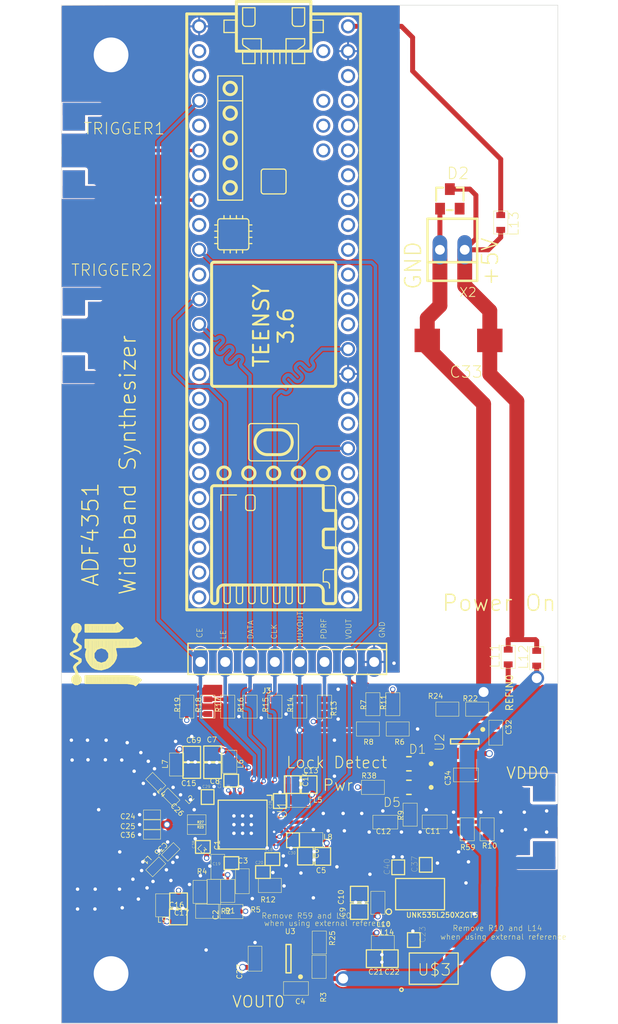
<source format=kicad_pcb>
(kicad_pcb (version 20240108) (generator "pcbnew") (generator_version "8.0")
  (layers (0 "F.Cu" signal) (1 "In1.Cu" signal) (2 "In2.Cu" signal) (31 "B.Cu" signal) (34 "B.Paste" user) (35 "F.Paste" user) (36 "B.SilkS" user "B.Silkscreen") (37 "F.SilkS" user "F.Silkscreen") (38 "B.Mask" user) (39 "F.Mask" user) (44 "Edge.Cuts" user))
  (net 0 "")
  (net 1 "GND")
  (net 2 "LE")
  (net 3 "CE")
  (net 4 "CLK")
  (net 5 "N$5")
  (net 6 "N$6")
  (net 7 "REFIN")
  (net 8 "N$8")
  (net 9 "VCOM")
  (net 10 "LD")
  (net 11 "N$10")
  (net 12 "MUXOUT")
  (net 13 "SW")
  (net 14 "N$11")
  (net 15 "N$12")
  (net 16 "VTUNE")
  (net 17 "CPOUT")
  (net 18 "TEMP")
  (net 19 "DATA")
  (net 20 "VOUT")
  (net 21 "N$4")
  (net 22 "N$1")
  (net 23 "RFOUTAP")
  (net 24 "RFOUTAM")
  (net 25 "N$17")
  (net 26 "N$18")
  (net 27 "N$19")
  (net 28 "N$20")
  (net 29 "PDRF")
  (net 30 "N$21")
  (net 31 "N$22")
  (net 32 "N$25")
  (net 33 "VDD")
  (net 34 "+5V")
  (net 35 "RSET")
  (net 36 "N$26")
  (net 37 "SVDD")
  (net 38 "VP")
  (net 39 "AVDD")
  (net 40 "DVDD")
  (net 41 "VCO")
  (net 42 "N$2")
  (net 43 "N$3")
  (net 44 "N$7")
  (net 45 "N$9")
  (net 46 "N$13")
  (net 47 "N$14")
  (net 48 "N$15")
  (net 49 "N$23")
  (net 50 "N$24")
  (footprint "ADF4351_Teensy:R_0603" (layer "F.Cu") (at 162.5981 124.9426 180)
    (property "Reference" "R24")
    (property "Value" "OPEN" (hide yes))
  )
  (footprint "ADF4351_Teensy:C_MLCC_0306" (layer "F.Cu") (at 156.7561 150.4696 180)
    (property "Reference" "C22")
    (property "Value" "1u" (hide yes))
  )
  (footprint "ADF4351_Teensy:C_MLCC_0306" (layer "F.Cu") (at 135.0645 146.2024 90)
    (property "Reference" "C16")
    (property "Value" "1u" (hide yes))
  )
  (footprint "ADF4351_Teensy:C_MLCC_0204" (layer "F.Cu") (at 140.4747 132.2578 180)
    (property "Reference" "C31")
    (property "Value" "0.1u" (hide yes))
  )
  (footprint "ADF4351_Teensy:ANALOG_DEVICES_ADP150AUJZ-3.3-R7_2" (layer "F.Cu") (at 146.3421 150.4696 180)
    (property "Reference" "U3")
    (property "Value" "ANALOG_DEVICES_ADP150AUJZ-3.3-R7ANALOG_DEVICES_ADP150AUJZ-3.3-R7_0_2" (hide yes))
  )
  (footprint "ADF4351_Teensy:L_FERRITE_0603" (layer "F.Cu") (at 168.8211 119.6086 90)
    (property "Reference" "L11")
    (property "Value" "" (hide yes))
  )
  (footprint "ADF4351_Teensy:R_0603" (layer "F.Cu") (at 154.4701 126.9746 180)
    (property "Reference" "R8")
    (property "Value" "OPEN" (hide yes))
  )
  (footprint "ADF4351_Teensy:R_0603" (layer "F.Cu") (at 144.4371 142.9766 180)
    (property "Reference" "R12")
    (property "Value" "4.7k" (hide yes))
  )
  (footprint "ADF4351_Teensy:C_MLCC_0306" (layer "F.Cu") (at 148.4503 132.6642 180)
    (property "Reference" "C13")
    (property "Value" "1u" (hide yes))
  )
  (footprint "ADF4351_Teensy:R_0603" (layer "F.Cu") (at 157.5181 126.9746 180)
    (property "Reference" "R6")
    (property "Value" "OPEN" (hide yes))
  )
  (footprint "ADF4351_Teensy:R_0603" (layer "F.Cu") (at 154.9781 132.9436 180)
    (property "Reference" "R38")
    (property "Value" "1k" (hide yes))
  )
  (footprint "ADF4351_Teensy:C_MLCC_0603" (layer "F.Cu") (at 141.6177 142.5448 -90)
    (property "Reference" "C3")
    (property "Value" "680p" (hide yes))
  )
  (footprint "ADF4351_Teensy:C_MLCC_0402" (layer "F.Cu") (at 132.3721 137.7696 180)
    (property "Reference" "C36")
    (property "Value" "120p" (hide yes))
  )
  (footprint "ADF4351_Teensy:R_0603" (layer "F.Cu") (at 138.0871 124.6886 90)
    (property "Reference" "R18")
    (property "Value" "OPEN" (hide yes))
  )
  (footprint "ADF4351_Teensy:L_FERRITE_0603" (layer "F.Cu") (at 134.8867 130.6068 -90)
    (property "Reference" "L7")
    (property "Value" "" (hide yes))
  )
  (footprint "ADF4351_Teensy:QKDLAB_JOSH_MECHANICAL_JOHNSON_SMA_18GHZ_4-LAYER_142-0761-891" (layer "F.Cu") (at 123.4821 129.1336 90)
    (property "Reference" "J1" (hide yes))
    (property "Value" "" (hide yes))
  )
  (footprint "ADF4351_Teensy:C_MLCC_0603" (layer "F.Cu") (at 139.1031 141.0716 90)
    (property "Reference" "C1")
    (property "Value" "2.7n" (hide yes))
  )
  (footprint "ADF4351_Teensy:R_0603" (layer "F.Cu") (at 158.7881 135.7376 90)
    (property "Reference" "R9")
    (property "Value" "OPEN" (hide yes))
  )
  (footprint "ADF4351_Teensy:JOHNSON_SMA_EDGE_LAUNCH_142-0701-851" (layer "F.Cu") (at 123.2281 86.7156 180)
    (property "Reference" "TRIGGER2")
    (property "Value" "JOHNSON_SMA_EDGE_LAUNCH_142-0701-851" (hide yes))
  )
  (footprint "" (layer "F.Cu") (at 168.8211 58.0136)
    (property "Reference" "@HOLE0" (hide yes))
    (property "Value" "")
  )
  (footprint "ADF4351_Teensy:R_0603" (layer "F.Cu") (at 142.4051 124.6886 90)
    (property "Reference" "R16")
    (property "Value" "10k" (hide yes))
  )
  (footprint "ADF4351_Teensy:QKDLAB_JOSH_MECHANICAL_JOHNSON_SMA_EDGE_LAUNCH_142-0701-851" (layer "F.Cu") (at 173.6471 136.4234)
    (property "Reference" "REFIN0")
    (property "Value" "SMA_CONNECTOR" (hide yes))
  )
  (footprint "ADF4351_Teensy:R_0603" (layer "F.Cu") (at 140.5001 145.6436)
    (property "Reference" "R5")
    (property "Value" "OPEN" (hide yes))
  )
  (footprint "ADF4351_Teensy:C_MLCC_0603" (layer "F.Cu") (at 161.3027 136.4742 180)
    (property "Reference" "C11")
    (property "Value" "1n" (hide yes))
  )
  (footprint "ADF4351_Teensy:C_MLCC_0306" (layer "F.Cu") (at 146.7231 132.6642)
    (property "Reference" "C14")
    (property "Value" "1u" (hide yes))
  )
  (footprint "ADF4351_Teensy:C_MLCC_0204" (layer "F.Cu") (at 159.1691 148.5646 90)
    (property "Reference" "C23")
    (property "Value" "0.1u" (hide yes))
  )
  (footprint "ADF4351_Teensy:L_FERRITE_0603" (layer "F.Cu") (at 140.3223 130.3274 -90)
    (property "Reference" "L6")
    (property "Value" "" (hide yes))
  )
  (footprint "ADF4351_Teensy:C_MLCC_0204" (layer "F.Cu") (at 140.5001 140.6906 180)
    (property "Reference" "C19")
    (property "Value" "0.1u" (hide yes))
  )
  (footprint "ADF4351_Teensy:R_0402" (layer "F.Cu") (at 136.9441 137.2616 180)
    (property "Reference" "R27")
    (property "Value" "0" (hide yes))
  )
  (footprint "ADF4351_Teensy:R_0603" (layer "F.Cu") (at 166.6621 137.2362 -90)
    (property "Reference" "R10")
    (property "Value" "0" (hide yes))
  )
  (footprint "ADF4351_Teensy:TEENSY_3.5_3.6_BASIC" (layer "F.Cu") (at 144.8181 83.0326 -90)
    (property "Reference" "U$1" (hide yes))
    (property "Value" "TEENSY_3.5/3.6_BASIC" (hide yes))
  )
  (footprint "ADF4351_Teensy:C_MLCC_0204" (layer "F.Cu") (at 143.7259 141.605)
    (property "Reference" "C20")
    (property "Value" "0.1u" (hide yes))
  )
  (footprint "ADF4351_Teensy:C_MLCC_0402" (layer "F.Cu") (at 134.2771 133.9596 135)
    (property "Reference" "C26")
    (property "Value" "1n" (hide yes))
  )
  (footprint "ADF4351_Teensy:L_FERRITE_0603" (layer "F.Cu") (at 155.9941 148.8186 180)
    (property "Reference" "L14")
    (property "Value" "" (hide yes))
  )
  (footprint "ADF4351_Teensy:C_MLCC_0204" (layer "F.Cu") (at 138.0617 133.9342 90)
    (property "Reference" "C29")
    (property "Value" "0.1u" (hide yes))
  )
  (footprint "ADF4351_Teensy:R_0603" (layer "F.Cu") (at 157.0101 124.4346 90)
    (property "Reference" "R11")
    (property "Value" "OPEN" (hide yes))
  )
  (footprint "ADF4351_Teensy:L_FERRITE_0603" (layer "F.Cu") (at 147.3835 134.2644 180)
    (property "Reference" "L5")
    (property "Value" "" (hide yes))
  )
  (footprint "ADF4351_Teensy:R_0603" (layer "F.Cu") (at 140.1191 124.6886 90)
    (property "Reference" "R17")
    (property "Value" "10k" (hide yes))
  )
  (footprint "ADF4351_Teensy:C_MLCC_0306" (layer "F.Cu") (at 149.8473 140.0048 180)
    (property "Reference" "C5")
    (property "Value" "1u" (hide yes))
  )
  (footprint "ADF4351_Teensy:JOHNSON_SMA_EDGE_LAUNCH_142-0701-851" (layer "F.Cu") (at 123.2281 67.7926 180)
    (property "Reference" "TRIGGER1")
    (property "Value" "JOHNSON_SMA_EDGE_LAUNCH_142-0701-851" (hide yes))
  )
  (footprint "ADF4351_Teensy:10X08MTA_127" (layer "F.Cu") (at 146.2151 120.1166)
    (property "Reference" "J3")
    (property "Value" "")
  )
  (footprint "ADF4351_Teensy:C_MLCC_0306" (layer "F.Cu") (at 136.4361 129.54 -90)
    (property "Reference" "C69")
    (property "Value" "1u" (hide yes))
  )
  (footprint "ADF4351_Teensy:R_0603" (layer "F.Cu") (at 164.6301 137.2362 -90)
    (property "Reference" "R59")
    (property "Value" "0" (hide yes))
  )
  (footprint "ADF4351_Teensy:C_MLCC_0306" (layer "F.Cu") (at 135.0899 144.5514 -90)
    (property "Reference" "C17")
    (property "Value" "1u" (hide yes))
  )
  (footprint "ADF4351_Teensy:0402" (layer "F.Cu") (at 135.0391 135.6106 45)
    (property "Reference" "L2")
    (property "Value" "7.5n")
  )
  (footprint "ADF4351_Teensy:R_0603" (layer "F.Cu") (at 144.9451 124.6886 90)
    (property "Reference" "R15")
    (property "Value" "10k" (hide yes))
  )
  (footprint "ADF4351_Teensy:C_MLCC_0603" (layer "F.Cu") (at 147.1041 153.5176 180)
    (property "Reference" "C4")
    (property "Value" "1u" (hide yes))
  )
  (footprint "ADF4351_Teensy:C_MLCC_0204" (layer "F.Cu") (at 145.4531 134.3406 90)
    (property "Reference" "C28")
    (property "Value" "0.1u" (hide yes))
  )
  (footprint "ADF4351_Teensy:L_FERRITE_0603" (layer "F.Cu") (at 148.6789 138.303 180)
    (property "Reference" "L8")
    (property "Value" "" (hide yes))
  )
  (footprint "ADF4351_Teensy:B1,27_385" (layer "F.Cu") (at 142.9131 153.6446 -90)
    (property "Reference" "VOUT0")
    (property "Value" "TPB1,27")
  )
  (footprint "ADF4351_Teensy:R_0402" (layer "F.Cu") (at 132.7531 141.0716 -135)
    (property "Reference" "L1")
    (property "Value" "0 (1.9nH)" (hide yes))
  )
  (footprint "ADF4351_Teensy:R_0603" (layer "F.Cu") (at 140.1191 143.5354 90)
    (property "Reference" "R2")
    (property "Value" "1k" (hide yes))
  )
  (footprint "ADF4351_Teensy:C_MLCC_0402" (layer "F.Cu") (at 132.3721 136.7536 180)
    (property "Reference" "C25")
    (property "Value" "0.1u" (hide yes))
  )
  (footprint "ADF4351_Teensy:R_0402" (layer "F.Cu") (at 136.9441 136.2456 180)
    (property "Reference" "R23")
    (property "Value" "0" (hide yes))
  )
  (footprint "ADF4351_Teensy:C_MLCC_0204" (layer "F.Cu") (at 137.5791 139.0396 180)
    (property "Reference" "C38")
    (property "Value" "0.1u" (hide yes))
  )
  (footprint "ADF4351_Teensy:C_MLCC_0402" (layer "F.Cu") (at 134.2771 139.5476 -135)
    (property "Reference" "C35")
    (property "Value" "1n" (hide yes))
  )
  (footprint "ADF4351_Teensy:22-23-2021_165" (layer "F.Cu") (at 163.1061 77.9526 180)
    (property "Reference" "X2")
    (property "Value" "22-23-2021")
  )
  (footprint "ADF4351_Teensy:QKDLAB_JOSH_MECHANICAL_JOHNSON_SMA_18GHZ_4-LAYER_142-0761-891" (layer "F.Cu") (at 123.4821 144.3736 90)
    (property "Reference" "J2" (hide yes))
    (property "Value" "" (hide yes))
  )
  (footprint "ADF4351_Teensy:R_0603" (layer "F.Cu") (at 147.4851 124.6886 90)
    (property "Reference" "R14")
    (property "Value" "OPEN" (hide yes))
  )
  (footprint "ADF4351_Teensy:L_FERRITE_0603" (layer "F.Cu") (at 133.4643 145.0086 90)
    (property "Reference" "L9")
    (property "Value" "" (hide yes))
  )
  (footprint "ADF4351_Teensy:R_0603" (layer "F.Cu") (at 154.9781 124.4346 90)
    (property "Reference" "R7")
    (property "Value" "100" (hide yes))
  )
  (footprint "ADF4351_Teensy:VISUAL_COMMUNICATIONS_CMD17-21VGD-TR8_0" (layer "F.Cu") (at 158.6611 132.9436 180)
    (property "Reference" "D5")
    (property "Value" "VISUAL_COMMUNICATIONS_CMD17-21VGD-TR8VISUAL_COMMUNICATIONS_CMD17-21VGD-TR8_0_0" (hide yes))
  )
  (footprint "ADF4351_Teensy:C_MLCC_0306" (layer "F.Cu") (at 136.4361 131.2164 90)
    (property "Reference" "C15")
    (property "Value" "1u" (hide yes))
  )
  (footprint "ADF4351_Teensy:R_0603" (layer "F.Cu") (at 150.0251 124.6886 -90)
    (property "Reference" "R13")
    (property "Value" "0" (hide yes))
  )
  (footprint "ADF4351_Teensy:XNCLH25M000THJA0P0" (layer "F.Cu") (at 161.2011 151.4856)
    (property "Reference" "U$3")
    (property "Value" "XNCLH25M000THJA0P0" (hide yes))
  )
  (footprint "ADF4351_Teensy:0402" (layer "F.Cu") (at 135.0391 137.8966 135)
    (property "Reference" "L3")
    (property "Value" "7.5n")
  )
  (footprint "ADF4351_Teensy:L_FERRITE_0603" (layer "F.Cu") (at 155.4861 144.7546 -90)
    (property "Reference" "L10")
    (property "Value" "" (hide yes))
  )
  (footprint "ADF4351_Teensy:C_MLCC_0402" (layer "F.Cu") (at 132.3721 135.7376 180)
    (property "Reference" "C24")
    (property "Value" "120p" (hide yes))
  )
  (footprint "ADF4351_Teensy:C_MLCC_0306" (layer "F.Cu") (at 155.1051 150.4696)
    (property "Reference" "C21")
    (property "Value" "1u" (hide yes))
  )
  (footprint "ADF4351_Teensy:C_MLCC_0306" (layer "F.Cu") (at 153.5811 143.8656 -90)
    (property "Reference" "C10")
    (property "Value" "1u" (hide yes))
  )
  (footprint "ADF4351_Teensy:C_MLCC_0603" (layer "F.Cu") (at 138.6967 143.637 -90)
    (property "Reference" "C2")
    (property "Value" "47n" (hide yes))
  )
  (footprint "ADF4351_Teensy:C_MLCC_0306" (layer "F.Cu") (at 148.0693 139.9794)
    (property "Reference" "C6")
    (property "Value" "1u" (hide yes))
  )
  (footprint "ADF4351_Teensy:L_FERRITE_0603" (layer "F.Cu") (at 171.7421 119.7356 90)
    (property "Reference" "L12")
    (property "Value" "" (hide yes))
  )
  (footprint "ADF4351_Teensy:C_MLCC_0603" (layer "F.Cu") (at 167.5511 127.3556 -90)
    (property "Reference" "C32")
    (property "Value" "1u" (hide yes))
  )
  (footprint "ADF4351_Teensy:R_0603" (layer "F.Cu") (at 149.4917 148.8186 90)
    (property "Reference" "R25")
    (property "Value" "OPEN" (hide yes))
  )
  (footprint "ADF4351_Teensy:R_0603" (layer "F.Cu") (at 138.0109 145.6182)
    (property "Reference" "R1")
    (property "Value" "360" (hide yes))
  )
  (footprint "ADF4351_Teensy:R_0402" (layer "F.Cu") (at 132.7531 132.4356 135)
    (property "Reference" "L4")
    (property "Value" "0 (1.9nH)" (hide yes))
  )
  (footprint "ADF4351_Teensy:TO236_210" (layer "F.Cu") (at 162.8521 72.7456)
    (property "Reference" "D2")
    (property "Value" "BZX84CSMD")
  )
  (footprint "ADF4351_Teensy:ANALOG_DEVICES_ADP150AUJZ-3.3-R7_2" (layer "F.Cu") (at 164.3761 128.2446 -90)
    (property "Reference" "U2")
    (property "Value" "ANALOG_DEVICES_ADP150AUJZ-3.3-R7ANALOG_DEVICES_ADP150AUJZ-3.3-R7_0_2" (hide yes))
  )
  (footprint "ADF4351_Teensy:R_0603" (layer "F.Cu") (at 137.2997 143.637 -90)
    (property "Reference" "R4")
    (property "Value" "0" (hide yes))
  )
  (footprint "ADF4351_Teensy:C_MLCC_0603" (layer "F.Cu") (at 156.2481 136.4996 180)
    (property "Reference" "C12")
    (property "Value" "1n" (hide yes))
  )
  (footprint "ADF4351_Teensy:C_MLCC_0306" (layer "F.Cu") (at 138.5697 129.5146 -90)
    (property "Reference" "C7")
    (property "Value" "1u" (hide yes))
  )
  (footprint "ADF4351_Teensy:VISUAL_COMMUNICATIONS_CMD17-21VGD-TR8_0" (layer "F.Cu") (at 158.6611 130.5306 180)
    (property "Reference" "D1")
    (property "Value" "VISUAL_COMMUNICATIONS_CMD17-21VGD-TR8VISUAL_COMMUNICATIONS_CMD17-21VGD-TR8_0_0" (hide yes))
  )
  (footprint "ADF4351_Teensy:CT7343_334" (layer "F.Cu") (at 163.7411 87.2236 180)
    (property "Reference" "C33")
    (property "Value" "22u")
  )
  (footprint "ADF4351_Teensy:R_0603" (layer "F.Cu") (at 135.9281 124.6886 90)
    (property "Reference" "R19")
    (property "Value" "10k" (hide yes))
  )
  (footprint "ADF4351_Teensy:L_FERRITE_0603" (layer "F.Cu") (at 168.0591 75.1586 -90)
    (property "Reference" "L13")
    (property "Value" "" (hide yes))
  )
  (footprint "ADF4351_Teensy:R_0603" (layer "F.Cu") (at 149.4663 151.3078 90)
    (property "Reference" "R3")
    (property "Value" "0" (hide yes))
  )
  (footprint "ADF4351_Teensy:JQI_LOGO_POSITIVE-SILKSCREEN" (layer "F.Cu") (at 130.9751 122.7836 90)
    (property "Reference" "U$2" (hide yes))
    (property "Value" "" (hide yes))
  )
  (footprint "ADF4351_Teensy:C_MLCC_0204" (layer "F.Cu") (at 146.7993 138.3538 -90)
    (property "Reference" "C30")
    (property "Value" "0.1u" (hide yes))
  )
  (footprint "ADF4351_Teensy:R_0603" (layer "F.Cu") (at 165.6461 124.9426 180)
    (property "Reference" "R22")
    (property "Value" "0" (hide yes))
  )
  (footprint "ADF4351_Teensy:C_MLCC_0603" (layer "F.Cu") (at 164.5031 131.6736 180)
    (property "Reference" "C34")
    (property "Value" "1u" (hide yes))
  )
  (footprint "ADF4351_Teensy:ADF4351" (layer "F.Cu") (at 141.6431 136.7536 -90)
    (property "Reference" "U1")
    (property "Value" "ADF4351")
  )
  (footprint "ADF4351_Teensy:C_MLCC_0603" (layer "F.Cu") (at 142.9131 150.4696 90)
    (property "Reference" "C27")
    (property "Value" "1u" (hide yes))
  )
  (footprint "ADF4351_Teensy:C_MLCC_0204" (layer "F.Cu") (at 157.5689 141.1224 90)
    (property "Reference" "C40")
    (property "Value" "0.1u" (hide yes))
  )
  (footprint "ADF4351_Teensy:C_MLCC_0306" (layer "F.Cu") (at 138.5697 131.2418 90)
    (property "Reference" "C8")
    (property "Value" "1u" (hide yes))
  )
  (footprint "ADF4351_Teensy:C_MLCC_0204" (layer "F.Cu") (at 144.6911 140.2842)
    (property "Reference" "C18")
    (property "Value" "0.1u" (hide yes))
  )
  (footprint "ADF4351_Teensy:535L250X2GT5" (layer "F.Cu") (at 159.8041 143.8656)
    (property "Reference" "UNK535L250X2GT5")
    (property "Value" "535L250X2GT5" (hide yes))
  )
  (footprint "ADF4351_Teensy:C_MLCC_0306" (layer "F.Cu") (at 153.5811 145.6436 90)
    (property "Reference" "C9")
    (property "Value" "1u" (hide yes))
  )
  (footprint "ADF4351_Teensy:B1,27_385" (layer "F.Cu") (at 167.3987 131.6482)
    (property "Reference" "VDD0")
    (property "Value" "TPB1,27")
  )
  (footprint "ADF4351_Teensy:C_MLCC_0204" (layer "F.Cu") (at 160.3883 140.8684 90)
    (property "Reference" "C37")
    (property "Value" "0.1u" (hide yes))
  )
  (gr_line (start 123.1011 157.0736) (end 173.9011 157.0736) (stroke (width 0.05)) (layer "Edge.Cuts"))
  (gr_line (start 123.1011 52.9336) (end 123.1011 157.0736) (stroke (width 0.05)) (layer "Edge.Cuts"))
  (gr_line (start 173.9011 52.9336) (end 123.1011 52.9336) (stroke (width 0.05)) (layer "Edge.Cuts"))
  (gr_line (start 173.9011 157.0736) (end 173.9011 52.9336) (stroke (width 0.05)) (layer "Edge.Cuts"))
  (gr_text "LE" (at 139.9921 117.8306 90) (layer "F.SilkS") (effects (font (size 0.560832 0.560832) (thickness 0.048768)) (justify left bottom)))
  (gr_text "Lock Detect" (at 146.031492 129.7178 0) (layer "F.SilkS") (effects (font (size 1.1684 1.1684) (thickness 0.1016)) (justify left top)))
  (gr_text "Remove R59 and L10" (at 143.5481 146.4056 0) (layer "F.SilkS") (effects (font (size 0.560832 0.560832) (thickness 0.048768)) (justify left bottom)))
  (gr_text "MUXOUT" (at 147.8661 118.3386 90) (layer "F.SilkS") (effects (font (size 0.560832 0.560832) (thickness 0.048768)) (justify left bottom)))
  (gr_text "Power On" (at 161.9631 115.0366 0) (layer "F.SilkS") (effects (font (size 1.63576 1.63576) (thickness 0.14224)) (justify left bottom)))
  (gr_text "+5V" (at 167.9321 81.7626 90) (layer "F.SilkS") (effects (font (size 1.63576 1.63576) (thickness 0.14224)) (justify left bottom)))
  (gr_text "Pwr" (at 149.7711 133.4008 0) (layer "F.SilkS") (effects (font (size 1.1684 1.1684) (thickness 0.1016)) (justify left bottom)))
  (gr_text "PDRF" (at 150.2791 117.8306 90) (layer "F.SilkS") (effects (font (size 0.560832 0.560832) (thickness 0.048768)) (justify left bottom)))
  (gr_text "VOUT" (at 152.8191 117.8306 90) (layer "F.SilkS") (effects (font (size 0.560832 0.560832) (thickness 0.048768)) (justify left bottom)))
  (gr_text "CE" (at 137.5791 117.7036 90) (layer "F.SilkS") (effects (font (size 0.560832 0.560832) (thickness 0.048768)) (justify left bottom)))
  (gr_text "GND" (at 160.0581 82.1436 90) (layer "F.SilkS") (effects (font (size 1.63576 1.63576) (thickness 0.14224)) (justify left bottom)))
  (gr_text "when using external reference" (at 143.8021 147.1676 0) (layer "F.SilkS") (effects (font (size 0.560832 0.560832) (thickness 0.048768)) (justify left bottom)))
  (gr_text "CLK" (at 145.1991 117.8306 90) (layer "F.SilkS") (effects (font (size 0.560832 0.560832) (thickness 0.048768)) (justify left bottom)))
  (gr_text "DATA" (at 142.7861 117.8306 90) (layer "F.SilkS") (effects (font (size 0.560832 0.560832) (thickness 0.048768)) (justify left bottom)))
  (gr_text "GND\n" (at 156.2481 117.7036 90) (layer "F.SilkS") (effects (font (size 0.560832 0.560832) (thickness 0.048768)) (justify left bottom)))
  (gr_text "Remove R10 and L14" (at 163.1061 147.6756 0) (layer "F.SilkS") (effects (font (size 0.560832 0.560832) (thickness 0.048768)) (justify left bottom)))
  (gr_text "when using external reference" (at 161.8361 148.5646 0) (layer "F.SilkS") (effects (font (size 0.560832 0.560832) (thickness 0.048768)) (justify left bottom)))
  (gr_text "ADF4351" (at 127.0381 112.4966 90) (layer "F.SilkS") (effects (font (size 1.63576 1.63576) (thickness 0.14224)) (justify left bottom)))
  (gr_text "Wideband Synthesizer" (at 130.8481 113.3856 90) (layer "F.SilkS") (effects (font (size 1.63576 1.63576) (thickness 0.14224)) (justify left bottom)))
  (segment (start 140.3931 138.0036) (end 140.7541 137.6426) (width 0.3048) (layer "F.Cu") (net 1))
  (segment (start 139.8531 136.0036) (end 139.9921 135.8646) (width 0.3048) (layer "F.Cu") (net 1))
  (segment (start 144.1931 135.5036) (end 144.1985 135.509) (width 0.254) (layer "F.Cu") (net 1))
  (segment (start 143.0601 135.5036) (end 143.0401 135.4836) (width 0.3048) (layer "F.Cu") (net 1))
  (segment (start 144.8689 137.4902) (end 144.8555 137.5036) (width 0.3048) (layer "F.Cu") (net 1))
  (segment (start 161.8361 77.9526) (end 161.8361 83.6676) (width 1.524) (layer "F.Cu") (net 1))
  (segment (start 161.8361 77.9526) (end 161.8361 73.7616) (width 0.508) (layer "F.Cu") (net 1))
  (segment (start 140.3931 139.3036) (end 140.3931 139.8832) (width 0.254) (layer "F.Cu") (net 1))
  (segment (start 161.8361 73.7616) (end 161.8521 73.7456) (width 0.508) (layer "F.Cu") (net 1))
  (segment (start 160.5411 87.9606) (end 166.3065 93.726) (width 1.524) (layer "F.Cu") (net 1))
  (segment (start 144.8555 137.5036) (end 144.1931 137.5036) (width 0.3048) (layer "F.Cu") (net 1))
  (segment (start 139.0931 135.0036) (end 139.8931 135.0036) (width 0.254) (layer "F.Cu") (net 1))
  (segment (start 142.9131 135.4836) (end 142.5321 135.8646) (width 0.3048) (layer "F.Cu") (net 1))
  (segment (start 141.8931 137.8926) (end 141.6431 137.6426) (width 0.3048) (layer "F.Cu") (net 1))
  (segment (start 144.1931 135.5036) (end 143.0601 135.5036) (width 0.3048) (layer "F.Cu") (net 1))
  (segment (start 160.5411 84.9626) (end 160.5411 87.2236) (width 1.524) (layer "F.Cu") (net 1))
  (segment (start 141.8931 139.3036) (end 141.8931 137.8926) (width 0.3048) (layer "F.Cu") (net 1))
  (segment (start 166.3065 93.726) (end 166.3065 123.19) (width 1.524) (layer "F.Cu") (net 1))
  (segment (start 140.3931 139.3036) (end 140.3931 138.0036) (width 0.3048) (layer "F.Cu") (net 1))
  (segment (start 143.0401 135.4836) (end 142.9131 135.4836) (width 0.3048) (layer "F.Cu") (net 1))
  (segment (start 139.9921 135.8646) (end 140.7541 135.8646) (width 0.3048) (layer "F.Cu") (net 1))
  (segment (start 160.5411 87.2236) (end 160.5411 87.9606) (width 1.524) (layer "F.Cu") (net 1))
  (segment (start 140.1401 140.1362) (end 140.1401 140.6906) (width 0.254) (layer "F.Cu") (net 1))
  (segment (start 144.1931 137.5036) (end 142.6711 137.5036) (width 0.3048) (layer "F.Cu") (net 1))
  (segment (start 142.6711 137.5036) (end 142.5321 137.6426) (width 0.3048) (layer "F.Cu") (net 1))
  (segment (start 161.8361 83.6676) (end 160.5411 84.9626) (width 1.524) (layer "F.Cu") (net 1))
  (segment (start 139.8931 134.2036) (end 139.8931 135.0036) (width 0.254) (layer "F.Cu") (net 1))
  (segment (start 144.1985 135.509) (end 144.80545 135.509) (width 0.254) (layer "F.Cu") (net 1))
  (segment (start 139.0931 136.0036) (end 139.8531 136.0036) (width 0.3048) (layer "F.Cu") (net 1))
  (segment (start 140.3931 139.8832) (end 140.1401 140.1362) (width 0.254) (layer "F.Cu") (net 1))
  (segment (start 144.80545 135.509) (end 144.81085 135.5036) (width 0.254) (layer "F.Cu") (net 1))
  (via (at 151.4221 122.9106) (size 0.5588) (drill 0.3556) (layers "F.Cu" "B.Cu") (net 1))
  (via (at 148.9583 139.5222) (size 0.5588) (drill 0.3556) (layers "F.Cu" "B.Cu") (net 1))
  (via (at 155.9941 135.3566) (size 0.5588) (drill 0.3556) (layers "F.Cu" "B.Cu") (net 1))
  (via (at 168.1861 137.3886) (size 0.5588) (drill 0.3556) (layers "F.Cu" "B.Cu") (net 1))
  (via (at 141.6431 135.8646) (size 0.5588) (drill 0.3556) (layers "F.Cu" "B.Cu") (net 1))
  (via (at 133.8453 141.3764) (size 0.5588) (drill 0.3556) (layers "F.Cu" "B.Cu") (net 1))
  (via (at 132.4737 142.5702) (size 0.5588) (drill 0.3556) (layers "F.Cu" "B.Cu") (net 1))
  (via (at 132.6261 131.0386) (size 0.5588) (drill 0.3556) (layers "F.Cu" "B.Cu") (net 1))
  (via (at 135.2931 133.7056) (size 0.5588) (drill 0.3556) (layers "F.Cu" "B.Cu") (net 1))
  (via (at 125.7681 128.1176) (size 0.5588) (drill 0.3556) (layers "F.Cu" "B.Cu") (net 1))
  (via (at 128.1811 58.0136) (size 5.08) (drill 3.556) (layers "F.Cu" "B.Cu") (net 1))
  (via (at 148.8821 144.2466) (size 0.5588) (drill 0.3556) (layers "F.Cu" "B.Cu") (net 1))
  (via (at 142.5321 137.6426) (size 0.5588) (drill 0.3556) (layers "F.Cu" "B.Cu") (net 1))
  (via (at 161.5821 140.6906) (size 0.5588) (drill 0.3556) (layers "F.Cu" "B.Cu") (net 1))
  (via (at 134.5057 140.6144) (size 0.5588) (drill 0.3556) (layers "F.Cu" "B.Cu") (net 1))
  (via (at 162.9791 137.5156) (size 0.5588) (drill 0.3556) (layers "F.Cu" "B.Cu") (net 1))
  (via (at 164.5031 142.7226) (size 0.5588) (drill 0.3556) (layers "F.Cu" "B.Cu") (net 1))
  (via (at 133.9723 138.5316) (size 0.5588) (drill 0.3556) (layers "F.Cu" "B.Cu") (net 1))
  (via (at 168.0591 135.4836) (size 0.5588) (drill 0.3556) (layers "F.Cu" "B.Cu") (net 1))
  (via (at 153.2001 144.7038) (size 0.5588) (drill 0.3556) (layers "F.Cu" "B.Cu") (net 1))
  (via (at 140.7541 136.7536) (size 0.5588) (drill 0.3556) (layers "F.Cu" "B.Cu") (net 1))
  (via (at 136.3091 134.2136) (size 0.5588) (drill 0.3556) (layers "F.Cu" "B.Cu") (net 1))
  (via (at 141.6431 137.6426) (size 0.5588) (drill 0.3556) (layers "F.Cu" "B.Cu") (net 1))
  (via (at 127.5969 130.1242) (size 0.5588) (drill 0.3556) (layers "F.Cu" "B.Cu") (net 1))
  (via (at 131.1021 137.7696) (size 0.5588) (drill 0.3556) (layers "F.Cu" "B.Cu") (net 1))
  (via (at 130.9751 144.3736) (size 0.5588) (drill 0.3556) (layers "F.Cu" "B.Cu") (net 1))
  (via (at 157.9753 140.0556) (size 0.5588) (drill 0.3556) (layers "F.Cu" "B.Cu") (net 1))
  (via (at 129.8321 128.3716) (size 0.5588) (drill 0.3556) (layers "F.Cu" "B.Cu") (net 1))
  (via (at 134.3025 142.4686) (size 0.5588) (drill 0.3556) (layers "F.Cu" "B.Cu") (net 1))
  (via (at 163.7411 139.5476) (size 0.5588) (drill 0.3556) (layers "F.Cu" "B.Cu") (net 1))
  (via (at 159.5501 126.9746) (size 0.5588) (drill 0.3556) (layers "F.Cu" "B.Cu") (net 1))
  (via (at 125.8189 130.1242) (size 0.5588) (drill 0.3556) (layers "F.Cu" "B.Cu") (net 1))
  (via (at 131.4831 132.5372) (size 0.5588) (drill 0.3556) (layers "F.Cu" "B.Cu") (net 1))
  (via (at 144.8689 137.4902) (size 0.4572) (drill 0.254) (layers "F.Cu" "B.Cu") (net 1))
  (via (at 145.8849 143.0274) (size 0.5588) (drill 0.3556) (layers "F.Cu" "B.Cu") (net 1))
  (via (at 124.7521 143.3576) (size 0.5588) (drill 0.3556) (layers "F.Cu" "B.Cu") (net 1))
  (via (at 140.7541 135.8646) (size 0.5588) (drill 0.3556) (layers "F.Cu" "B.Cu") (net 1))
  (via (at 148.8821 137.2616) (size 0.5588) (drill 0.3556) (layers "F.Cu" "B.Cu") (net 1))
  (via (at 152.0571 137.3886) (size 0.5588) (drill 0.3556) (layers "F.Cu" "B.Cu") (net 1))
  (via (at 140.7541 137.6426) (size 0.5588) (drill 0.3556) (layers "F.Cu" "B.Cu") (net 1))
  (via (at 137.3251 141.986) (size 0.5588) (drill 0.3556) (layers "F.Cu" "B.Cu") (net 1))
  (via (at 142.5321 136.7536) (size 0.5588) (drill 0.3556) (layers "F.Cu" "B.Cu") (net 1))
  (via (at 134.7851 128.2446) (size 0.5588) (drill 0.3556) (layers "F.Cu" "B.Cu") (net 1))
  (via (at 129.0701 139.5476) (size 0.5588) (drill 0.3556) (layers "F.Cu" "B.Cu") (net 1))
  (via (at 160.4391 135.2296) (size 0.5588) (drill 0.3556) (layers "F.Cu" "B.Cu") (net 1))
  (via (at 136.7917 130.3528) (size 0.5588) (drill 0.3556) (layers "F.Cu" "B.Cu") (net 1))
  (via (at 130.4163 142.3416) (size 0.5588) (drill 0.3556) (layers "F.Cu" "B.Cu") (net 1))
  (via (at 131.4323 140.5636) (size 0.5588) (drill 0.3556) (layers "F.Cu" "B.Cu") (net 1))
  (via (at 147.6121 141.7066) (size 0.5588) (drill 0.3556) (layers "F.Cu" "B.Cu") (net 1))
  (via (at 129.2733 130.1496) (size 0.5588) (drill 0.3556) (layers "F.Cu" "B.Cu") (net 1))
  (via (at 170.5991 137.2616) (size 0.5588) (drill 0.3556) (layers "F.Cu" "B.Cu") (net 1))
  (via (at 148.9583 140.3604) (size 0.5588) (drill 0.3556) (layers "F.Cu" "B.Cu") (net 1))
  (via (at 138.2903 140.9954) (size 0.5588) (drill 0.3556) (layers "F.Cu" "B.Cu") (net 1))
  (via (at 132.6261 133.6548) (size 0.5588) (drill 0.3556) (layers "F.Cu" "B.Cu") (net 1))
  (via (at 134.9375 140.081) (size 0.5588) (drill 0.3556) (layers "F.Cu" "B.Cu") (net 1))
  (via (at 130.5433 131.2926) (size 0.5588) (drill 0.3556) (layers "F.Cu" "B.Cu") (net 1))
  (via (at 141.6431 136.7536) (size 0.5588) (drill 0.3556) (layers "F.Cu" "B.Cu") (net 1))
  (via (at 133.0833 139.4206) (size 0.5588) (drill 0.3556) (layers "F.Cu" "B.Cu") (net 1))
  (via (at 144.1577 139.1412) (size 0.5588) (drill 0.3556) (layers "F.Cu" "B.Cu") (net 1))
  (via (at 147.5867 132.969) (size 0.5588) (drill 0.3556) (layers "F.Cu" "B.Cu") (net 1))
  (via (at 128.1811 151.9936) (size 5.08) (drill 3.556) (layers "F.Cu" "B.Cu") (net 1))
  (via (at 145.4785 133.4516) (size 0.5588) (drill 0.3556) (layers "F.Cu" "B.Cu") (net 1))
  (via (at 142.9131 148.8186) (size 0.5588) (drill 0.3556) (layers "F.Cu" "B.Cu") (net 1))
  (via (at 137.2235 133.0198) (size 0.5588) (drill 0.3556) (layers "F.Cu" "B.Cu") (net 1))
  (via (at 144.81085 135.5036) (size 0.4572) (drill 0.254) (layers "F.Cu" "B.Cu") (net 1))
  (via (at 154.5971 137.5156) (size 0.5588) (drill 0.3556) (layers "F.Cu" "B.Cu") (net 1))
  (via (at 151.9301 135.6106) (size 0.5588) (drill 0.3556) (layers "F.Cu" "B.Cu") (net 1))
  (via (at 139.0015 130.4036) (size 0.5588) (drill 0.3556) (layers "F.Cu" "B.Cu") (net 1))
  (via (at 163.2331 135.4836) (size 0.5588) (drill 0.3556) (layers "F.Cu" "B.Cu") (net 1))
  (via (at 136.2075 142.875) (size 0.5588) (drill 0.3556) (layers "F.Cu" "B.Cu") (net 1))
  (via (at 144.7419 141.6558) (size 0.5588) (drill 0.3556) (layers "F.Cu" "B.Cu") (net 1))
  (via (at 168.8211 151.9936) (size 5.08) (drill 3.556) (layers "F.Cu" "B.Cu") (net 1))
  (via (at 127.6731 128.1176) (size 0.5588) (drill 0.3556) (layers "F.Cu" "B.Cu") (net 1))
  (via (at 155.8925 150.8252) (size 0.5588) (drill 0.3556) (layers "F.Cu" "B.Cu") (net 1))
  (via (at 135.5471 145.3134) (size 0.5588) (drill 0.3556) (layers "F.Cu" "B.Cu") (net 1))
  (via (at 153.8351 135.6106) (size 0.5588) (drill 0.3556) (layers "F.Cu" "B.Cu") (net 1))
  (via (at 131.9911 130.2766) (size 0.5588) (drill 0.3556) (layers "F.Cu" "B.Cu") (net 1))
  (via (at 157.1371 120.2436) (size 0.5588) (drill 0.3556) (layers "F.Cu" "B.Cu") (net 1))
  (via (at 166.0271 135.4836) (size 0.5588) (drill 0.3556) (layers "F.Cu" "B.Cu") (net 1))
  (via (at 151.0411 128.1176) (size 0.5588) (drill 0.3556) (layers "F.Cu" "B.Cu") (net 1))
  (via (at 131.1021 136.7536) (size 0.5588) (drill 0.3556) (layers "F.Cu" "B.Cu") (net 1))
  (via (at 138.2395 130.4036) (size 0.5588) (drill 0.3556) (layers "F.Cu" "B.Cu") (net 1))
  (via (at 153.9875 144.7292) (size 0.5588) (drill 0.3556) (layers "F.Cu" "B.Cu") (net 1))
  (via (at 141.2621 125.7046) (size 0.5588) (drill 0.3556) (layers "F.Cu" "B.Cu") (net 1))
  (via (at 151.2951 141.0716) (size 0.5588) (drill 0.3556) (layers "F.Cu" "B.Cu") (net 1))
  (via (at 149.8981 135.6106) (size 0.5588) (drill 0.3556) (layers "F.Cu" "B.Cu") (net 1))
  (via (at 157.8991 137.5156) (size 0.5588) (drill 0.3556) (layers "F.Cu" "B.Cu") (net 1))
  (via (at 138.7221 132.8674) (size 0.5588) (drill 0.3556) (layers "F.Cu" "B.Cu") (net 1))
  (via (at 142.6337 144.3228) (size 0.5588) (drill 0.3556) (layers "F.Cu" "B.Cu") (net 1))
  (via (at 131.3053 141.4526) (size 0.5588) (drill 0.3556) (layers "F.Cu" "B.Cu") (net 1))
  (via (at 159.0675 147.6502) (size 0.5588) (drill 0.3556) (layers "F.Cu" "B.Cu") (net 1))
  (via (at 146.5961 139.1666) (size 0.5588) (drill 0.3556) (layers "F.Cu" "B.Cu") (net 1))
  (via (at 172.7581 135.3566) (size 0.5588) (drill 0.3556) (layers "F.Cu" "B.Cu") (net 1))
  (via (at 136.4361 127.7366) (size 0.5588) (drill 0.3556) (layers "F.Cu" "B.Cu") (net 1))
  (via (at 172.7581 137.5156) (size 0.5588) (drill 0.3556) (layers "F.Cu" "B.Cu") (net 1))
  (via (at 126.9111 135.2296) (size 0.5588) (drill 0.3556) (layers "F.Cu" "B.Cu") (net 1))
  (via (at 166.3065 123.19) (size 1.2192) (drill 1.016) (layers "F.Cu" "B.Cu") (net 1))
  (via (at 154.6733 141.8336) (size 0.5588) (drill 0.3556) (layers "F.Cu" "B.Cu") (net 1))
  (via (at 155.8925 150.0632) (size 0.5588) (drill 0.3556) (layers "F.Cu" "B.Cu") (net 1))
  (via (at 151.0411 131.8006) (size 0.5588) (drill 0.3556) (layers "F.Cu" "B.Cu") (net 1))
  (via (at 131.2291 129.3876) (size 0.5588) (drill 0.3556) (layers "F.Cu" "B.Cu") (net 1))
  (via (at 151.4221 125.9586) (size 0.5588) (drill 0.3556) (layers "F.Cu" "B.Cu") (net 1))
  (via (at 170.4721 135.4836) (size 0.5588) (drill 0.3556) (layers "F.Cu" "B.Cu") (net 1))
  (via (at 124.1933 130.1496) (size 0.5588) (drill 0.3556) (layers "F.Cu" "B.Cu") (net 1))
  (via (at 164.7571 140.5636) (size 0.5588) (drill 0.3556) (layers "F.Cu" "B.Cu") (net 1))
  (via (at 136.0805 130.3528) (size 0.5588) (drill 0.3556) (layers "F.Cu" "B.Cu") (net 1))
  (via (at 157.0863 140.0556) (size 0.5588) (drill 0.3556) (layers "F.Cu" "B.Cu") (net 1))
  (via (at 150.4061 137.3886) (size 0.5588) (drill 0.3556) (layers "F.Cu" "B.Cu") (net 1))
  (via (at 143.5481 125.8316) (size 0.5588) (drill 0.3556) (layers "F.Cu" "B.Cu") (net 1))
  (via (at 124.7521 145.3896) (size 0.5588) (drill 0.3556) (layers "F.Cu" "B.Cu") (net 1))
  (via (at 165.3413 145.8976) (size 0.5588) (drill 0.3556) (layers "F.Cu" "B.Cu") (net 1))
  (via (at 126.5301 145.3896) (size 0.5588) (drill 0.3556) (layers "F.Cu" "B.Cu") (net 1))
  (via (at 131.8641 143.2306) (size 0.5588) (drill 0.3556) (layers "F.Cu" "B.Cu") (net 1))
  (via (at 126.5555 143.3576) (size 0.5588) (drill 0.3556) (layers "F.Cu" "B.Cu") (net 1))
  (via (at 142.5321 135.8646) (size 0.5588) (drill 0.3556) (layers "F.Cu" "B.Cu") (net 1))
  (via (at 146.0881 125.4506) (size 0.5588) (drill 0.3556) (layers "F.Cu" "B.Cu") (net 1))
  (via (at 129.0447 143.3576) (size 0.5588) (drill 0.3556) (layers "F.Cu" "B.Cu") (net 1))
  (via (at 159.8041 137.5156) (size 0.5588) (drill 0.3556) (layers "F.Cu" "B.Cu") (net 1))
  (via (at 124.1171 128.1176) (size 0.5588) (drill 0.3556) (layers "F.Cu" "B.Cu") (net 1))
  (via (at 147.5867 132.2324) (size 0.5588) (drill 0.3556) (layers "F.Cu" "B.Cu") (net 1))
  (via (at 134.5311 132.9436) (size 0.5588) (drill 0.3556) (layers "F.Cu" "B.Cu") (net 1))
  (via (at 146.0881 140.9446) (size 0.5588) (drill 0.3556) (layers "F.Cu" "B.Cu") (net 1))
  (via (at 134.6835 145.3388) (size 0.5588) (drill 0.3556) (layers "F.Cu" "B.Cu") (net 1))
  (via (at 136.7917 138.2014) (size 0.5588) (drill 0.3556) (layers "F.Cu" "B.Cu") (net 1))
  (via (at 136.6901 135.2296) (size 0.5588) (drill 0.3556) (layers "F.Cu" "B.Cu") (net 1))
  (via (at 131.1021 135.7376) (size 0.5588) (drill 0.3556) (layers "F.Cu" "B.Cu") (net 1))
  (via (at 137.9093 149.5806) (size 0.5588) (drill 0.3556) (layers "F.Cu" "B.Cu") (net 1))
  (via (at 129.3241 145.2626) (size 0.5588) (drill 0.3556) (layers "F.Cu" "B.Cu") (net 1))
  (via (at 145.8087 139.954) (size 0.5588) (drill 0.3556) (layers "F.Cu" "B.Cu") (net 1))
  (segment (start 140.1191 123.9386) (end 138.0871 123.9386) (width 0.3556) (layer "F.Cu") (net 2))
  (segment (start 139.8651 120.1166) (end 139.8651 123.5846) (width 0.3556) (layer "F.Cu") (net 2))
  (segment (start 142.3931 132.4476) (end 142.7861 132.0546) (width 0.254) (layer "F.Cu") (net 2))
  (segment (start 139.8651 123.5846) (end 140.1191 123.9386) (width 0.3556) (layer "F.Cu") (net 2))
  (segment (start 142.3931 134.2036) (end 142.3931 132.4476) (width 0.254) (layer "F.Cu") (net 2))
  (via (at 142.7861 132.0546) (size 0.4572) (drill 0.254) (layers "F.Cu" "B.Cu") (net 2))
  (segment (start 139.8651 120.1166) (end 139.8651 126.7206) (width 0.3556) (layer "B.Cu") (net 2))
  (segment (start 136.6901 83.0326) (end 137.1981 83.0326) (width 0.3556) (layer "B.Cu") (net 2))
  (segment (start 138.2141 91.9226) (end 136.0551 91.9226) (width 0.3556) (layer "B.Cu") (net 2))
  (segment (start 142.8595 131.987825) (end 142.8595 129.715) (width 0.3556) (layer "B.Cu") (net 2))
  (segment (start 134.6581 90.5256) (end 134.6581 85.0646) (width 0.3556) (layer "B.Cu") (net 2))
  (segment (start 138.2141 91.9226) (end 139.8651 93.5736) (width 0.3556) (layer "B.Cu") (net 2))
  (segment (start 139.8651 126.7206) (end 142.8595 129.715) (width 0.3556) (layer "B.Cu") (net 2))
  (segment (start 136.0551 91.9226) (end 134.6581 90.5256) (width 0.3556) (layer "B.Cu") (net 2))
  (segment (start 142.8595 131.987825) (end 142.852875 131.987825) (width 0.3556) (layer "B.Cu") (net 2))
  (segment (start 134.6581 85.0646) (end 136.6901 83.0326) (width 0.3556) (layer "B.Cu") (net 2))
  (segment (start 142.7861 132.0546) (end 142.852875 131.987825) (width 0.3556) (layer "B.Cu") (net 2))
  (segment (start 139.8651 93.5736) (end 139.8651 120.1166) (width 0.3556) (layer "B.Cu") (net 2))
  (segment (start 137.3251 122.5416) (end 135.9281 123.9386) (width 0.3556) (layer "F.Cu") (net 3))
  (segment (start 141.8931 134.2036) (end 141.8931 131.2966) (width 0.254) (layer "F.Cu") (net 3))
  (segment (start 141.8931 131.2966) (end 142.2781 130.9116) (width 0.254) (layer "F.Cu") (net 3))
  (segment (start 137.3251 120.1166) (end 137.3251 122.5416) (width 0.3556) (layer "F.Cu") (net 3))
  (via (at 142.2781 130.9116) (size 0.4572) (drill 0.254) (layers "F.Cu" "B.Cu") (net 3))
  (segment (start 133.0071 66.9036) (end 133.0071 115.7986) (width 0.3556) (layer "B.Cu") (net 3))
  (segment (start 133.0071 66.9036) (end 137.1981 62.7126) (width 0.3556) (layer "B.Cu") (net 3))
  (segment (start 133.0071 115.7986) (end 137.3251 120.1166) (width 0.3556) (layer "B.Cu") (net 3))
  (segment (start 137.3251 125.9586) (end 142.2781 130.9116) (width 0.3556) (layer "B.Cu") (net 3))
  (segment (start 137.3251 120.1166) (end 137.3251 125.9586) (width 0.3556) (layer "B.Cu") (net 3))
  (segment (start 144.9451 120.1166) (end 144.9451 123.9386) (width 0.3556) (layer "F.Cu") (net 4))
  (segment (start 144.9451 132.1816) (end 143.3931 133.7336) (width 0.254) (layer "F.Cu") (net 4))
  (segment (start 143.3931 134.2036) (end 143.3931 133.7336) (width 0.254) (layer "F.Cu") (net 4))
  (via (at 144.9451 132.1816) (size 0.4572) (drill 0.254) (layers "F.Cu" "B.Cu") (net 4))
  (segment (start 146.556712 90.851035) (end 147.032665 91.326988) (width 0.3556) (layer "B.Cu") (net 4))
  (segment (start 144.60855 125.1983) (end 144.597987 125.1983) (width 0.3556) (layer "B.Cu") (net 4))
  (segment (start 147.508618 91.326988) (end 147.627978 91.207629) (width 0.3556) (layer "B.Cu") (net 4))
  (segment (start 146.317996 92.51761) (end 146.437356 92.398254) (width 0.3556) (layer "B.Cu") (net 4))
  (segment (start 147.152025 89.779769) (end 147.271381 89.660413) (width 0.3556) (layer "B.Cu") (net 4))
  (segment (start 146.437356 91.922297) (end 145.961403 91.446344) (width 0.3556) (layer "B.Cu") (net 4))
  (segment (start 144.9451 132.1816) (end 144.9451 125.53485) (width 0.3556) (layer "B.Cu") (net 4))
  (segment (start 145.36609 92.51761) (end 144.9451 92.9386) (width 0.3556) (layer "B.Cu") (net 4))
  (segment (start 149.7711 88.1126) (end 152.4381 88.1126) (width 0.3556) (layer "B.Cu") (net 4))
  (segment (start 144.9451 120.1166) (end 144.9451 123.0376) (width 0.3556) (layer "B.Cu") (net 4))
  (segment (start 144.9451 92.9386) (end 144.9451 120.1166) (width 0.3556) (layer "B.Cu") (net 4))
  (segment (start 148.8186 89.0651) (end 149.7711 88.1126) (width 0.3556) (layer "B.Cu") (net 4))
  (segment (start 147.627978 90.731675) (end 147.152025 90.255722) (width 0.3556) (layer "B.Cu") (net 4))
  (segment (start 144.597987 123.37415) (end 144.60855 123.37415) (width 0.3556) (layer "B.Cu") (net 4))
  (segment (start 144.261437 124.86175) (end 144.261437 123.7107) (width 0.3556) (layer "B.Cu") (net 4))
  (segment (start 145.961403 90.970391) (end 146.080759 90.851035) (width 0.3556) (layer "B.Cu") (net 4))
  (segment (start 148.699243 90.136366) (end 148.8186 90.017007) (width 0.3556) (layer "B.Cu") (net 4))
  (segment (start 147.747334 89.660413) (end 148.223287 90.136366) (width 0.3556) (layer "B.Cu") (net 4))
  (arc (start 144.9451 125.53485) (mid 144.846527 125.296873) (end 144.60855 125.1983) (width 0.3556) (layer "B.Cu") (net 4))
  (arc (start 145.36609 92.51761) (mid 145.604067 92.419037) (end 145.842043 92.51761) (width 0.3556) (layer "B.Cu") (net 4))
  (arc (start 146.437356 92.398254) (mid 146.53593 92.160275) (end 146.437356 91.922297) (width 0.3556) (layer "B.Cu") (net 4))
  (arc (start 148.223287 90.136366) (mid 148.461265 90.23494) (end 148.699243 90.136366) (width 0.3556) (layer "B.Cu") (net 4))
  (arc (start 148.8186 90.017007) (mid 148.917173 89.77903) (end 148.8186 89.541054) (width 0.3556) (layer "B.Cu") (net 4))
  (arc (start 148.8186 89.541054) (mid 148.720027 89.303077) (end 148.8186 89.0651) (width 0.3556) (layer "B.Cu") (net 4))
  (arc (start 147.271381 89.660413) (mid 147.509358 89.56184) (end 147.747334 89.660413) (width 0.3556) (layer "B.Cu") (net 4))
  (arc (start 147.627978 91.207629) (mid 147.726551 90.969652) (end 147.627978 90.731675) (width 0.3556) (layer "B.Cu") (net 4))
  (arc (start 145.842043 92.51761) (mid 146.08002 92.616184) (end 146.317996 92.51761) (width 0.3556) (layer "B.Cu") (net 4))
  (arc (start 144.9451 123.0376) (mid 144.846527 123.275577) (end 144.60855 123.37415) (width 0.3556) (layer "B.Cu") (net 4))
  (arc (start 145.961403 91.446344) (mid 145.862829 91.208367) (end 145.961403 90.970391) (width 0.3556) (layer "B.Cu") (net 4))
  (arc (start 147.032665 91.326988) (mid 147.270642 91.425562) (end 147.508618 91.326988) (width 0.3556) (layer "B.Cu") (net 4))
  (arc (start 146.080759 90.851035) (mid 146.318736 90.752462) (end 146.556712 90.851035) (width 0.3556) (layer "B.Cu") (net 4))
  (arc (start 144.261437 123.7107) (mid 144.36001 123.472723) (end 144.597987 123.37415) (width 0.3556) (layer "B.Cu") (net 4))
  (arc (start 147.152025 90.255722) (mid 147.053451 90.017745) (end 147.152025 89.779769) (width 0.3556) (layer "B.Cu") (net 4))
  (arc (start 144.597987 125.1983) (mid 144.36001 125.099727) (end 144.261437 124.86175) (width 0.3556) (layer "B.Cu") (net 4))
  (segment (start 164.2117 138.4046) (end 164.6301 137.9862) (width 0.3556) (layer "F.Cu") (net 5))
  (segment (start 162.0291 142.7156) (end 162.4711 142.2736) (width 0.3556) (layer "F.Cu") (net 5))
  (segment (start 162.4711 138.6586) (end 162.7251 138.4046) (width 0.3556) (layer "F.Cu") (net 5))
  (segment (start 162.4711 142.2736) (end 162.4711 138.6586) (width 0.3556) (layer "F.Cu") (net 5))
  (segment (start 162.7251 138.4046) (end 164.2117 138.4046) (width 0.3556) (layer "F.Cu") (net 5))
  (segment (start 164.6301 136.4862) (end 166.6621 136.4862) (width 0.3556) (layer "F.Cu") (net 6))
  (segment (start 166.6621 136.4862) (end 172.3143 136.4862) (width 0.3556) (layer "F.Cu") (net 6))
  (segment (start 164.6181 136.4742) (end 164.6301 136.4862) (width 0.3556) (layer "F.Cu") (net 6))
  (segment (start 172.3143 136.4862) (end 172.3771 136.4234) (width 0.3556) (layer "F.Cu") (net 6))
  (segment (start 162.0527 136.4742) (end 164.6181 136.4742) (width 0.3556) (layer "F.Cu") (net 6))
  (segment (start 155.3941 136.5036) (end 155.4981 136.4996) (width 0.3556) (layer "F.Cu") (net 7))
  (segment (start 144.1931 136.5036) (end 155.3941 136.5036) (width 0.3556) (layer "F.Cu") (net 7))
  (segment (start 160.5527 136.4742) (end 158.788912 136.4742) (width 0.3556) (layer "F.Cu") (net 8))
  (segment (start 158.7881 136.4876) (end 158.589981 136.4996) (width 0.3556) (layer "F.Cu") (net 8))
  (segment (start 158.788912 136.4742) (end 158.7881 136.4876) (width 0.3556) (layer "F.Cu") (net 8))
  (segment (start 156.9981 136.4996) (end 158.589981 136.4996) (width 0.3556) (layer "F.Cu") (net 8))
  (segment (start 142.8931 141.1322) (end 143.3659 141.605) (width 0.254) (layer "F.Cu") (net 9))
  (segment (start 142.8931 139.3036) (end 142.8931 141.1322) (width 0.254) (layer "F.Cu") (net 9))
  (segment (start 154.4193 122.4026) (end 153.0223 122.4026) (width 0.3556) (layer "F.Cu") (net 10))
  (segment (start 152.5397 120.142) (end 152.5651 120.1166) (width 0.3556) (layer "F.Cu") (net 10))
  (segment (start 154.9781 123.6846) (end 154.9781 122.9614) (width 0.3556) (layer "F.Cu") (net 10))
  (segment (start 152.5397 121.92) (end 152.5397 120.142) (width 0.3556) (layer "F.Cu") (net 10))
  (segment (start 154.9781 122.9614) (end 154.4193 122.4026) (width 0.3556) (layer "F.Cu") (net 10))
  (segment (start 153.0223 122.4026) (end 152.5397 121.92) (width 0.3556) (layer "F.Cu") (net 10))
  (segment (start 144.5361 138.5036) (end 145.0721 139.0396) (width 0.254) (layer "F.Cu") (net 10))
  (segment (start 144.1931 138.5036) (end 144.5361 138.5036) (width 0.254) (layer "F.Cu") (net 10))
  (via (at 145.0721 139.0396) (size 0.4572) (drill 0.254) (layers "F.Cu" "B.Cu") (net 10))
  (segment (start 152.5651 120.1166) (end 152.5651 131.5466) (width 0.3556) (layer "B.Cu") (net 10))
  (segment (start 155.2321 79.6036) (end 154.8511 79.2226) (width 0.3556) (layer "B.Cu") (net 10))
  (segment (start 154.8511 79.2226) (end 138.4681 79.2226) (width 0.3556) (layer "B.Cu") (net 10))
  (segment (start 155.2321 116.3066) (end 155.2321 79.6036) (width 0.3556) (layer "B.Cu") (net 10))
  (segment (start 138.4681 79.2226) (end 137.1981 77.9526) (width 0.3556) (layer "B.Cu") (net 10))
  (segment (start 152.5651 118.9736) (end 155.2321 116.3066) (width 0.3556) (layer "B.Cu") (net 10))
  (segment (start 152.5651 131.5466) (end 145.0721 139.0396) (width 0.254) (layer "B.Cu") (net 10))
  (segment (start 152.5651 120.1166) (end 152.5651 118.9736) (width 0.3556) (layer "B.Cu") (net 10))
  (segment (start 157.0101 126.6326) (end 156.7681 126.9746) (width 0.3556) (layer "F.Cu") (net 11))
  (segment (start 154.9781 126.6326) (end 154.9781 125.1846) (width 0.3556) (layer "F.Cu") (net 11))
  (segment (start 156.803381 130.076882) (end 156.7681 130.075691) (width 0.3556) (layer "F.Cu") (net 11))
  (segment (start 157.2571 130.5306) (end 157.5111 130.5306) (width 0.3556) (layer "F.Cu") (net 11))
  (segment (start 157.2571 130.5306) (end 156.803381 130.076882) (width 0.3556) (layer "F.Cu") (net 11))
  (segment (start 155.2201 126.9746) (end 154.9781 126.6326) (width 0.3556) (layer "F.Cu") (net 11))
  (segment (start 155.2201 126.9746) (end 156.7681 126.9746) (width 0.3556) (layer "F.Cu") (net 11))
  (segment (start 156.7681 126.9746) (end 156.7681 130.075691) (width 0.3556) (layer "F.Cu") (net 11))
  (segment (start 157.0101 125.1846) (end 157.0101 126.6326) (width 0.3556) (layer "F.Cu") (net 11))
  (segment (start 153.7201 126.9746) (end 153.4931 127.1016) (width 0.3556) (layer "F.Cu") (net 12))
  (segment (start 144.1931 136.0036) (end 144.2051 135.9916) (width 0.254) (layer "F.Cu") (net 12))
  (segment (start 145.4531 135.9916) (end 145.5801 135.8646) (width 0.254) (layer "F.Cu") (net 12))
  (segment (start 153.4931 127.1016) (end 147.4851 127.1016) (width 0.3556) (layer "F.Cu") (net 12))
  (segment (start 144.2051 135.9916) (end 145.4531 135.9916) (width 0.254) (layer "F.Cu") (net 12))
  (via (at 147.4851 127.1016) (size 0.5532) (drill 0.35) (layers "F.Cu" "B.Cu") (net 12))
  (via (at 145.5801 135.8646) (size 0.4572) (drill 0.254) (layers "F.Cu" "B.Cu") (net 12))
  (segment (start 146.3421 131.2926) (end 146.3421 135.1026) (width 0.3556) (layer "B.Cu") (net 12))
  (segment (start 147.4851 120.1166) (end 147.4851 127.1016) (width 0.3556) (layer "B.Cu") (net 12))
  (segment (start 149.1361 98.2726) (end 147.4851 99.9236) (width 0.3556) (layer "B.Cu") (net 12))
  (segment (start 147.4851 127.1016) (end 147.4851 130.1496) (width 0.3556) (layer "B.Cu") (net 12))
  (segment (start 146.3421 135.1026) (end 145.5801 135.8646) (width 0.3556) (layer "B.Cu") (net 12))
  (segment (start 147.4851 130.1496) (end 146.3421 131.2926) (width 0.3556) (layer "B.Cu") (net 12))
  (segment (start 147.4851 99.9236) (end 147.4851 120.1166) (width 0.3556) (layer "B.Cu") (net 12))
  (segment (start 149.1361 98.2726) (end 152.4381 98.2726) (width 0.3556) (layer "B.Cu") (net 12))
  (segment (start 141.3891 133.1976) (end 141.3597 133.1976) (width 0.3048) (layer "F.Cu") (net 13))
  (segment (start 141.2501 145.6436) (end 141.9225 145.6436) (width 0.3556) (layer "F.Cu") (net 13))
  (segment (start 141.3931 133.2016) (end 141.3891 133.1976) (width 0.3048) (layer "F.Cu") (net 13))
  (segment (start 141.9225 145.6436) (end 141.9479 145.6182) (width 0.3556) (layer "F.Cu") (net 13))
  (segment (start 141.3931 134.2036) (end 141.3931 133.2016) (width 0.3048) (layer "F.Cu") (net 13))
  (via (at 141.9479 145.6182) (size 0.5588) (drill 0.3556) (layers "F.Cu" "B.Cu") (net 13))
  (via (at 141.3597 133.1976) (size 0.4572) (drill 0.254) (layers "F.Cu" "B.Cu") (net 13))
  (segment (start 137.2609 144.4258) (end 137.2609 145.6182) (width 0.3556) (layer "F.Cu") (net 14))
  (segment (start 139.7381 146.304) (end 139.7381 145.6556) (width 0.3556) (layer "F.Cu") (net 14))
  (segment (start 137.2997 144.387) (end 137.2609 144.4258) (width 0.508) (layer "F.Cu") (net 14))
  (segment (start 139.3571 146.685) (end 139.7381 146.304) (width 0.3556) (layer "F.Cu") (net 14))
  (segment (start 139.7381 145.6556) (end 139.7501 145.6436) (width 0.508) (layer "F.Cu") (net 14))
  (segment (start 137.2609 145.6182) (end 137.2609 146.3922) (width 0.3556) (layer "F.Cu") (net 14))
  (segment (start 137.5537 146.685) (end 139.3571 146.685) (width 0.3556) (layer "F.Cu") (net 14))
  (segment (start 137.2609 146.3922) (end 137.5537 146.685) (width 0.3556) (layer "F.Cu") (net 14))
  (segment (start 138.6967 144.387) (end 138.6967 145.554) (width 0.3556) (layer "F.Cu") (net 15))
  (segment (start 138.6967 145.554) (end 138.7609 145.6182) (width 0.508) (layer "F.Cu") (net 15))
  (segment (start 140.1191 144.2854) (end 140.1833 144.2212) (width 0.254) (layer "F.Cu") (net 16))
  (segment (start 141.6177 141.7948) (end 141.6431 141.7694) (width 0.3048) (layer "F.Cu") (net 16))
  (segment (start 141.6177 141.7948) (end 141.1485 141.7948) (width 0.254) (layer "F.Cu") (net 16))
  (segment (start 140.1833 144.2212) (end 140.6779 144.2212) (width 0.254) (layer "F.Cu") (net 16))
  (segment (start 141.3931 139.3036) (end 141.3931 140.0596) (width 0.3048) (layer "F.Cu") (net 16))
  (segment (start 141.6431 141.7694) (end 141.6431 140.3096) (width 0.3048) (layer "F.Cu") (net 16))
  (segment (start 140.6779 144.2212) (end 140.9065 143.9926) (width 0.254) (layer "F.Cu") (net 16))
  (segment (start 140.9065 142.0368) (end 140.9065 143.9926) (width 0.254) (layer "F.Cu") (net 16))
  (segment (start 141.1485 141.7948) (end 140.9065 142.0368) (width 0.254) (layer "F.Cu") (net 16))
  (segment (start 141.3931 140.0596) (end 141.6431 140.3096) (width 0.3048) (layer "F.Cu") (net 16))
  (segment (start 140.1191 141.8844) (end 140.1191 142.7854) (width 0.254) (layer "F.Cu") (net 17))
  (segment (start 139.1659 141.8844) (end 139.1031 141.8216) (width 0.254) (layer "F.Cu") (net 17))
  (segment (start 138.6967 142.887) (end 139.1031 142.4806) (width 0.254) (layer "F.Cu") (net 17))
  (segment (start 140.3931 133.68745) (end 140.3931 133.46975) (width 0.3048) (layer "F.Cu") (net 17))
  (segment (start 139.1031 142.4806) (end 139.1031 141.8216) (width 0.254) (layer "F.Cu") (net 17))
  (segment (start 140.1191 141.8844) (end 139.1659 141.8844) (width 0.254) (layer "F.Cu") (net 17))
  (segment (start 140.3931 134.2036) (end 140.3931 133.68745) (width 0.254) (layer "F.Cu") (net 17))
  (segment (start 140.3931 133.46975) (end 140.17715 133.2538) (width 0.3048) (layer "F.Cu") (net 17))
  (via (at 140.1191 141.8844) (size 0.5588) (drill 0.3556) (layers "F.Cu" "B.Cu") (net 17))
  (via (at 140.17715 133.2538) (size 0.4572) (drill 0.254) (layers "F.Cu" "B.Cu") (net 17))
  (segment (start 140.8931 140.6576) (end 140.8601 140.6906) (width 0.254) (layer "F.Cu") (net 18))
  (segment (start 140.8931 139.3036) (end 140.8931 140.6576) (width 0.3048) (layer "F.Cu") (net 18))
  (segment (start 142.8931 133.2176) (end 143.8021 132.3086) (width 0.254) (layer "F.Cu") (net 19))
  (segment (start 142.4051 120.1166) (end 142.4051 123.9386) (width 0.3556) (layer "F.Cu") (net 19))
  (segment (start 142.8931 134.2036) (end 142.8931 133.2176) (width 0.254) (layer "F.Cu") (net 19))
  (via (at 143.8021 132.3086) (size 0.4572) (drill 0.254) (layers "F.Cu" "B.Cu") (net 19))
  (segment (start 139.091596 88.437144) (end 139.07654 88.422088) (width 0.3556) (layer "B.Cu") (net 19))
  (segment (start 139.571634 86.975085) (end 139.556578 86.960032) (width 0.3556) (layer "B.Cu") (net 19))
  (segment (start 142.4051 90.7796) (end 142.4051 120.1166) (width 0.3556) (layer "B.Cu") (net 19))
  (segment (start 141.535671 88.939125) (end 141.520618 88.924069) (width 0.3556) (layer "B.Cu") (net 19))
  (segment (start 143.8021 132.3086) (end 143.8021 129.0066) (width 0.3556) (layer "B.Cu") (net 19))
  (segment (start 139.07654 87.946135) (end 139.571634 87.451041) (width 0.3556) (layer "B.Cu") (net 19))
  (segment (start 140.553653 87.957107) (end 140.538596 87.94205) (width 0.3556) (layer "B.Cu") (net 19))
  (segment (start 143.8021 129.0066) (end 142.4051 127.6096) (width 0.3556) (layer "B.Cu") (net 19))
  (segment (start 141.526103 89.42465) (end 141.535671 89.415079) (width 0.3556) (layer "B.Cu") (net 19))
  (segment (start 140.062643 87.94205) (end 139.56755 88.437144) (width 0.3556) (layer "B.Cu") (net 19))
  (segment (start 140.073615 89.419163) (end 140.058559 89.404107) (width 0.3556) (layer "B.Cu") (net 19))
  (segment (start 139.080625 86.960032) (end 139.071053 86.9696) (width 0.3556) (layer "B.Cu") (net 19))
  (segment (start 141.044662 88.924069) (end 140.549568 89.419163) (width 0.3556) (layer "B.Cu") (net 19))
  (segment (start 138.5951 86.9696) (end 137.1981 85.5726) (width 0.3556) (layer "B.Cu") (net 19))
  (segment (start 142.4051 127.6096) (end 142.4051 125.273991) (width 0.3556) (layer "B.Cu") (net 19))
  (segment (start 140.058559 88.928154) (end 140.553653 88.43306) (width 0.3556) (layer "B.Cu") (net 19))
  (segment (start 141.526103 89.900604) (end 142.4051 90.7796) (width 0.3556) (layer "B.Cu") (net 19))
  (segment (start 142.4051 120.1166) (end 142.4051 122.6566) (width 0.3556) (layer "B.Cu") (net 19))
  (segment (start 141.732 124.600891) (end 141.732 123.3297) (width 0.3556) (layer "B.Cu") (net 19))
  (arc (start 142.4051 125.273991) (mid 142.306527 125.036014) (end 142.06855 124.937441) (width 0.3556) (layer "B.Cu") (net 19))
  (arc (start 139.571634 87.451041) (mid 139.670208 87.213063) (end 139.571634 86.975085) (width 0.3556) (layer "B.Cu") (net 19))
  (arc (start 139.56755 88.437144) (mid 139.329573 88.535717) (end 139.091596 88.437144) (width 0.3556) (layer "B.Cu") (net 19))
  (arc (start 139.071053 86.9696) (mid 138.833077 87.068173) (end 138.5951 86.9696) (width 0.3556) (layer "B.Cu") (net 19))
  (arc (start 140.553653 88.43306) (mid 140.652226 88.195083) (end 140.553653 87.957107) (width 0.3556) (layer "B.Cu") (net 19))
  (arc (start 141.520618 88.924069) (mid 141.28264 88.825495) (end 141.044662 88.924069) (width 0.3556) (layer "B.Cu") (net 19))
  (arc (start 141.535671 89.415079) (mid 141.634244 89.177102) (end 141.535671 88.939125) (width 0.3556) (layer "B.Cu") (net 19))
  (arc (start 140.058559 89.404107) (mid 139.959985 89.16613) (end 140.058559 88.928154) (width 0.3556) (layer "B.Cu") (net 19))
  (arc (start 142.4051 122.6566) (mid 142.306527 122.894577) (end 142.06855 122.99315) (width 0.3556) (layer "B.Cu") (net 19))
  (arc (start 142.06855 124.937441) (mid 141.830573 124.838868) (end 141.732 124.600891) (width 0.3556) (layer "B.Cu") (net 19))
  (arc (start 139.556578 86.960032) (mid 139.318602 86.861459) (end 139.080625 86.960032) (width 0.3556) (layer "B.Cu") (net 19))
  (arc (start 140.538596 87.94205) (mid 140.30062 87.843477) (end 140.062643 87.94205) (width 0.3556) (layer "B.Cu") (net 19))
  (arc (start 141.526103 89.900604) (mid 141.42753 89.662627) (end 141.526103 89.42465) (width 0.3556) (layer "B.Cu") (net 19))
  (arc (start 141.732 123.3297) (mid 141.830573 123.091723) (end 142.06855 122.99315) (width 0.3556) (layer "B.Cu") (net 19))
  (arc (start 140.549568 89.419163) (mid 140.311592 89.517736) (end 140.073615 89.419163) (width 0.3556) (layer "B.Cu") (net 19))
  (arc (start 139.07654 88.422088) (mid 138.977966 88.184111) (end 139.07654 87.946135) (width 0.3556) (layer "B.Cu") (net 19))
  (segment (start 142.7741 151.3586) (end 141.6431 151.3586) (width 0.508) (layer "F.Cu") (net 20))
  (segment (start 132.8721 136.7536) (end 132.8721 137.7696) (width 0.3556) (layer "F.Cu") (net 20))
  (segment (start 142.9131 151.2196) (end 142.9131 153.6446) (width 0.508) (layer "F.Cu") (net 20))
  (segment (start 133.8961 136.753604) (end 133.8961 136.7536) (width 0.8128) (layer "F.Cu") (net 20))
  (segment (start 132.8721 136.7536) (end 133.0499 136.7536) (width 0.3556) (layer "F.Cu") (net 20))
  (segment (start 133.0499 136.7536) (end 133.896096 136.7536) (width 0.8128) (layer "F.Cu") (net 20))
  (segment (start 132.8721 135.7376) (end 132.8721 136.7536) (width 0.3556) (layer "F.Cu") (net 20))
  (segment (start 133.8961 136.7536) (end 134.579478 136.070222) (width 0.8128) (layer "F.Cu") (net 20))
  (segment (start 133.896096 136.7536) (end 133.8961 136.753604) (width 0.8128) (layer "F.Cu") (net 20))
  (segment (start 145.1171 151.4196) (end 143.0131 151.4196) (width 0.6096) (layer "F.Cu") (net 20))
  (segment (start 134.579478 137.436982) (end 133.8961 136.753604) (width 0.8128) (layer "F.Cu") (net 20))
  (segment (start 142.9131 151.2196) (end 142.7741 151.3586) (width 0.508) (layer "F.Cu") (net 20))
  (segment (start 143.0131 151.4196) (end 142.9131 151.2196) (width 0.6096) (layer "F.Cu") (net 20))
  (via (at 141.6431 151.3586) (size 0.7112) (drill 0.508) (layers "F.Cu" "B.Cu") (net 20))
  (via (at 133.8961 136.7536) (size 0.7112) (drill 0.508) (layers "F.Cu" "B.Cu") (net 20))
  (segment (start 134.766959 139.087982) (end 134.630653 139.194047) (width 0.3556) (layer "F.Cu") (net 21))
  (segment (start 135.498718 138.206982) (end 135.498718 138.356222) (width 0.3556) (layer "F.Cu") (net 21))
  (segment (start 136.4441 137.2616) (end 135.498718 138.206982) (width 0.3556) (layer "F.Cu") (net 21))
  (segment (start 135.498718 138.356222) (end 134.766959 139.087982) (width 0.3556) (layer "F.Cu") (net 21))
  (segment (start 135.468478 135.269979) (end 135.468478 135.150982) (width 0.3556) (layer "F.Cu") (net 22))
  (segment (start 136.4441 136.2456) (end 135.468478 135.269979) (width 0.3556) (layer "F.Cu") (net 22))
  (segment (start 135.468478 135.150982) (end 135.498718 135.150982) (width 0.3556) (layer "F.Cu") (net 22))
  (segment (start 134.630653 134.313157) (end 135.468478 135.150982) (width 0.3556) (layer "F.Cu") (net 22))
  (segment (start 139.0931 136.5036) (end 138.3411 136.4996) (width 0.254) (layer "F.Cu") (net 23))
  (arc (start 138.3411 136.4996) (mid 138.199288 136.465724) (end 138.0871 136.3726) (width 0.254) (layer "F.Cu") (net 23))
  (arc (start 138.0871 136.3726) (mid 137.789755 136.186804) (end 137.4441 136.2456) (width 0.254) (layer "F.Cu") (net 23))
  (segment (start 139.0931 137.0036) (end 138.3411 137.0076) (width 0.254) (layer "F.Cu") (net 24))
  (arc (start 138.0871 137.1346) (mid 137.789755 137.320396) (end 137.4441 137.2616) (width 0.254) (layer "F.Cu") (net 24))
  (arc (start 138.3411 137.0076) (mid 138.199288 137.041475) (end 138.0871 137.1346) (width 0.254) (layer "F.Cu") (net 24))
  (segment (start 133.106653 132.789157) (end 133.923543 133.606047) (width 0.3556) (layer "F.Cu") (net 25))
  (segment (start 133.923543 139.901157) (end 133.106653 140.718047) (width 0.3556) (layer "F.Cu") (net 26))
  (segment (start 132.399543 132.082047) (end 130.4671 129.8956) (width 0.3556) (layer "F.Cu") (net 27))
  (segment (start 126.2507 129.1336) (end 128.9431 129.1336) (width 0.254) (layer "F.Cu") (net 27))
  (arc (start 128.9431 129.1336) (mid 129.779034 129.366732) (end 130.4671 129.8956) (width 0.3556) (layer "F.Cu") (net 27))
  (segment (start 132.399543 141.425157) (end 132.399543 141.425154) (width 0.3556) (layer "F.Cu") (net 28))
  (segment (start 126.2507 144.3736) (end 128.9431 144.3736) (width 0.254) (layer "F.Cu") (net 28))
  (segment (start 132.399543 141.425154) (end 130.4671 143.6116) (width 0.3556) (layer "F.Cu") (net 28))
  (arc (start 128.9431 144.3736) (mid 129.779034 144.140468) (end 130.4671 143.6116) (width 0.3556) (layer "F.Cu") (net 28))
  (segment (start 145.3736 138.0236) (end 144.2131 138.0236) (width 0.254) (layer "F.Cu") (net 29))
  (segment (start 145.3736 138.0236) (end 145.41335 137.98385) (width 0.254) (layer "F.Cu") (net 29))
  (segment (start 150.0251 120.1166) (end 150.0251 123.9386) (width 0.3556) (layer "F.Cu") (net 29))
  (segment (start 144.1931 138.0036) (end 144.2131 138.0236) (width 0.254) (layer "F.Cu") (net 29))
  (segment (start 150.0251 123.9386) (end 147.4851 123.9386) (width 0.3556) (layer "F.Cu") (net 29))
  (via (at 145.41335 137.98385) (size 0.4572) (drill 0.254) (layers "F.Cu" "B.Cu") (net 29))
  (segment (start 150.0251 120.1166) (end 150.0251 133.3721) (width 0.3556) (layer "B.Cu") (net 29))
  (segment (start 145.41335 137.98385) (end 149.9456 133.4516) (width 0.254) (layer "B.Cu") (net 29))
  (segment (start 150.0251 133.3721) (end 149.9456 133.4516) (width 0.3556) (layer "B.Cu") (net 29))
  (segment (start 149.4917 150.5324) (end 149.4663 150.5578) (width 0.508) (layer "F.Cu") (net 30))
  (segment (start 147.5671 149.5196) (end 149.4427 149.5196) (width 0.508) (layer "F.Cu") (net 30))
  (segment (start 149.4427 149.5196) (end 149.4917 149.5686) (width 0.508) (layer "F.Cu") (net 30))
  (segment (start 149.4917 149.5686) (end 149.4917 150.5324) (width 0.508) (layer "F.Cu") (net 30))
  (segment (start 163.4261 127.0196) (end 163.3481 126.9416) (width 0.508) (layer "F.Cu") (net 31))
  (segment (start 163.3481 126.9416) (end 163.3481 124.9426) (width 0.508) (layer "F.Cu") (net 31))
  (segment (start 164.8961 124.9426) (end 163.3481 124.9426) (width 0.8128) (layer "F.Cu") (net 31))
  (segment (start 167.5511 126.6056) (end 167.5511 125.0696) (width 0.508) (layer "F.Cu") (net 32))
  (segment (start 167.4241 124.9426) (end 166.3961 124.9426) (width 0.508) (layer "F.Cu") (net 32))
  (segment (start 165.7401 126.6056) (end 167.5511 126.6056) (width 0.508) (layer "F.Cu") (net 32))
  (segment (start 168.8211 123.5456) (end 167.4241 124.9426) (width 0.508) (layer "F.Cu") (net 32))
  (segment (start 165.3261 127.0196) (end 165.7401 126.6056) (width 0.508) (layer "F.Cu") (net 32))
  (segment (start 168.8211 120.3586) (end 168.8211 123.5456) (width 0.508) (layer "F.Cu") (net 32))
  (segment (start 167.5511 125.0696) (end 167.4241 124.9426) (width 0.508) (layer "F.Cu") (net 32))
  (segment (start 157.0101 123.6846) (end 157.0101 122.9106) (width 0.3556) (layer "F.Cu") (net 33))
  (segment (start 165.3261 129.4696) (end 165.3457 129.4892) (width 0.508) (layer "F.Cu") (net 33))
  (segment (start 139.5921 129.1146) (end 139.6485 129.171) (width 0.508) (layer "F.Cu") (net 33))
  (segment (start 133.7303 146.6596) (end 133.8961 146.6596) (width 0.3556) (layer "F.Cu") (net 33))
  (segment (start 139.5857 129.1844) (end 139.9293 129.1844) (width 0.508) (layer "F.Cu") (net 33))
  (segment (start 165.3261 129.4696) (end 165.3261 131.6466) (width 0.508) (layer "F.Cu") (net 33))
  (segment (start 153.5811 146.0436) (end 155.3781 146.0436) (width 0.508) (layer "F.Cu") (net 33))
  (segment (start 149.3511 126.2126) (end 148.8821 126.2126) (width 0.3556) (layer "F.Cu") (net 33))
  (segment (start 165.2785 131.6482) (end 167.3987 131.6482) (width 0.508) (layer "F.Cu") (net 33))
  (segment (start 149.4289 138.303) (end 149.9115 138.303) (width 0.3556) (layer "F.Cu") (net 33))
  (segment (start 138.0871 125.4386) (end 135.9281 125.4386) (width 0.3556) (layer "F.Cu") (net 33))
  (segment (start 148.8503 133.6104) (end 148.8503 132.6642) (width 0.508) (layer "F.Cu") (net 33))
  (segment (start 135.0645 146.6024) (end 135.0073 146.6596) (width 0.508) (layer "F.Cu") (net 33))
  (segment (start 136.3281 129.032) (end 136.4361 129.14) (width 0.508) (layer "F.Cu") (net 33))
  (segment (start 134.8867 129.3368) (end 135.1915 129.032) (width 0.508) (layer "F.Cu") (net 33))
  (segment (start 155.2441 148.8186) (end 154.7051 149.3576) (width 0.6096) (layer "F.Cu") (net 33))
  (segment (start 150.2537 139.9984) (end 150.2473 140.0048) (width 0.3556) (layer "F.Cu") (net 33))
  (segment (start 165.2531 131.6736) (end 165.2785 131.6482) (width 0.508) (layer "F.Cu") (net 33))
  (segment (start 149.9115 138.303) (end 150.2537 138.6452) (width 0.3556) (layer "F.Cu") (net 33))
  (segment (start 135.0073 146.6596) (end 133.7303 146.6596) (width 0.508) (layer "F.Cu") (net 33))
  (segment (start 165.3261 131.6466) (end 165.2531 131.6736) (width 0.6096) (layer "F.Cu") (net 33))
  (segment (start 155.3781 146.0436) (end 155.4861 146.1516) (width 0.508) (layer "F.Cu") (net 33))
  (segment (start 154.7051 149.3576) (end 154.7051 150.4696) (width 0.6096) (layer "F.Cu") (net 33))
  (segment (start 134.8867 129.8568) (end 134.8867 129.3368) (width 0.508) (layer "F.Cu") (net 33))
  (segment (start 155.4861 145.5046) (end 155.4861 146.1516) (width 0.508) (layer "F.Cu") (net 33))
  (segment (start 155.2441 148.8186) (end 155.2441 147.9176) (width 0.6096) (layer "F.Cu") (net 33))
  (segment (start 153.4541 132.9436) (end 153.4287 132.9182) (width 0.3556) (layer "F.Cu") (net 33))
  (segment (start 148.7551 133.7056) (end 148.8503 133.6104) (width 0.508) (layer "F.Cu") (net 33))
  (segment (start 148.6923 133.7056) (end 148.7551 133.7056) (width 0.508) (layer "F.Cu") (net 33))
  (segment (start 135.9281 125.4386) (end 135.9281 126.0856) (width 0.3556) (layer "F.Cu") (net 33))
  (segment (start 150.2537 138.6452) (end 150.2537 139.9984) (width 0.3556) (layer "F.Cu") (net 33))
  (segment (start 135.1915 129.032) (end 136.3281 129.032) (width 0.508) (layer "F.Cu") (net 33))
  (segment (start 139.6485 129.171) (end 139.5991 129.171) (width 0.3556) (layer "F.Cu") (net 33))
  (segment (start 138.5697 129.1146) (end 139.5921 129.1146) (width 0.508) (layer "F.Cu") (net 33))
  (segment (start 133.4643 145.7586) (end 133.4643 146.3936) (width 0.508) (layer "F.Cu") (net 33))
  (segment (start 139.9293 129.1844) (end 140.3223 129.5774) (width 0.508) (layer "F.Cu") (net 33))
  (segment (start 165.3457 129.4892) (end 166.8907 129.4892) (width 0.508) (layer "F.Cu") (net 33))
  (segment (start 133.4643 146.3936) (end 133.7303 146.6596) (width 0.508) (layer "F.Cu") (net 33))
  (segment (start 148.1335 134.2644) (end 148.6923 133.7056) (width 0.508) (layer "F.Cu") (net 33))
  (segment (start 150.0251 125.4386) (end 149.3511 126.2126) (width 0.3556) (layer "F.Cu") (net 33))
  (segment (start 155.2441 147.9176) (end 155.3591 147.8026) (width 0.6096) (layer "F.Cu") (net 33))
  (segment (start 154.2281 132.9436) (end 153.4541 132.9436) (width 0.3556) (layer "F.Cu") (net 33))
  (segment (start 139.5991 129.171) (end 139.5857 129.1844) (width 0.3556) (layer "F.Cu") (net 33))
  (via (at 135.9281 126.0856) (size 0.5532) (drill 0.35) (layers "F.Cu" "B.Cu") (net 33))
  (via (at 139.5857 129.1844) (size 0.6032) (drill 0.4) (layers "F.Cu" "B.Cu") (net 33))
  (via (at 148.7551 133.7056) (size 0.5532) (drill 0.35) (layers "F.Cu" "B.Cu") (net 33))
  (via (at 155.4861 146.1516) (size 0.6032) (drill 0.4) (layers "F.Cu" "B.Cu") (net 33))
  (via (at 150.2537 138.6452) (size 0.6032) (drill 0.4) (layers "F.Cu" "B.Cu") (net 33))
  (via (at 135.1915 129.032) (size 0.6032) (drill 0.4) (layers "F.Cu" "B.Cu") (net 33))
  (via (at 157.0101 122.9106) (size 0.5532) (drill 0.35) (layers "F.Cu" "B.Cu") (net 33))
  (via (at 153.4287 132.9182) (size 0.5588) (drill 0.3556) (layers "F.Cu" "B.Cu") (net 33))
  (via (at 155.3591 147.8026) (size 0.5532) (drill 0.35) (layers "F.Cu" "B.Cu") (net 33))
  (via (at 148.8821 126.2126) (size 0.5532) (drill 0.35) (layers "F.Cu" "B.Cu") (net 33))
  (via (at 133.8961 146.6596) (size 0.6032) (drill 0.4) (layers "F.Cu" "B.Cu") (net 33))
  (via (at 166.8907 129.4892) (size 0.7112) (drill 0.508) (layers "F.Cu" "B.Cu") (net 33))
  (segment (start 169.7101 93.4466) (end 169.7101 117.3226) (width 1.524) (layer "F.Cu") (net 34))
  (segment (start 166.9411 90.6776) (end 169.7101 93.4466) (width 1.524) (layer "F.Cu") (net 34))
  (segment (start 171.6151 117.8306) (end 171.7421 117.9576) (width 0.508) (layer "F.Cu") (net 34))
  (segment (start 162.8521 71.7456) (end 164.9001 71.7456) (width 0.508) (layer "F.Cu") (net 34))
  (segment (start 171.7421 117.9576) (end 171.7421 118.9856) (width 0.508) (layer "F.Cu") (net 34))
  (segment (start 169.2021 117.8306) (end 171.6151 117.8306) (width 0.508) (layer "F.Cu") (net 34))
  (segment (start 165.5191 72.3646) (end 165.5191 76.8096) (width 0.508) (layer "F.Cu") (net 34))
  (segment (start 164.3761 77.9526) (end 164.3761 81.6356) (width 1.524) (layer "F.Cu") (net 34))
  (segment (start 166.7891 77.9526) (end 168.0591 76.6826) (width 0.508) (layer "F.Cu") (net 34))
  (segment (start 166.9411 84.2006) (end 166.9411 87.2236) (width 1.524) (layer "F.Cu") (net 34))
  (segment (start 164.3761 77.9526) (end 166.7891 77.9526) (width 0.508) (layer "F.Cu") (net 34))
  (segment (start 164.9001 71.7456) (end 165.5191 72.3646) (width 0.508) (layer "F.Cu") (net 34))
  (segment (start 168.8211 118.8586) (end 168.8211 117.8306) (width 0.508) (layer "F.Cu") (net 34))
  (segment (start 169.2021 117.8306) (end 168.8211 117.8306) (width 0.508) (layer "F.Cu") (net 34))
  (segment (start 164.3761 81.6356) (end 166.9411 84.2006) (width 1.524) (layer "F.Cu") (net 34))
  (segment (start 168.0591 76.6826) (end 168.0591 75.9086) (width 0.508) (layer "F.Cu") (net 34))
  (segment (start 169.7101 117.3226) (end 169.2021 117.8306) (width 0.508) (layer "F.Cu") (net 34))
  (segment (start 165.5191 76.8096) (end 164.3761 77.9526) (width 0.508) (layer "F.Cu") (net 34))
  (segment (start 166.9411 87.2236) (end 166.9411 90.6776) (width 1.524) (layer "F.Cu") (net 34))
  (segment (start 143.1671 142.9766) (end 143.6871 142.9766) (width 0.254) (layer "F.Cu") (net 35))
  (segment (start 142.3931 139.3036) (end 142.3931 142.2026) (width 0.254) (layer "F.Cu") (net 35))
  (segment (start 142.3931 142.2026) (end 143.1671 142.9766) (width 0.254) (layer "F.Cu") (net 35))
  (segment (start 155.7281 132.9436) (end 157.5111 132.9436) (width 0.3556) (layer "F.Cu") (net 36))
  (segment (start 145.1501 135.0036) (end 145.4531 134.7006) (width 0.254) (layer "F.Cu") (net 37))
  (segment (start 144.1931 135.0036) (end 145.1501 135.0036) (width 0.254) (layer "F.Cu") (net 37))
  (segment (start 146.5961 134.227) (end 146.6335 134.2644) (width 0.3556) (layer "F.Cu") (net 37))
  (segment (start 146.3231 133.561788) (end 146.3341 133.572788) (width 0.508) (layer "F.Cu") (net 37))
  (segment (start 146.3341 133.965) (end 146.5961 134.227) (width 0.508) (layer "F.Cu") (net 37))
  (segment (start 146.3231 132.6642) (end 146.3231 133.561788) (width 0.508) (layer "F.Cu") (net 37))
  (segment (start 146.3341 133.572788) (end 146.3341 133.965) (width 0.508) (layer "F.Cu") (net 37))
  (segment (start 145.4531 134.7006) (end 146.1973 134.7006) (width 0.3556) (layer "F.Cu") (net 37))
  (segment (start 146.1973 134.7006) (end 146.6335 134.2644) (width 0.3556) (layer "F.Cu") (net 37))
  (segment (start 140.3103 131.0894) (end 140.3223 131.0774) (width 0.3556) (layer "F.Cu") (net 38))
  (segment (start 139.9921 131.0894) (end 140.3103 131.0894) (width 0.508) (layer "F.Cu") (net 38))
  (segment (start 140.8347 132.2578) (end 140.8347 133.4156) (width 0.254) (layer "F.Cu") (net 38))
  (segment (start 140.7287 131.4838) (end 140.3223 131.0774) (width 0.3556) (layer "F.Cu") (net 38))
  (segment (start 140.8931 133.474) (end 140.8347 133.4156) (width 0.254) (layer "F.Cu") (net 38))
  (segment (start 140.7287 131.9276) (end 140.7287 131.4838) (width 0.3556) (layer "F.Cu") (net 38))
  (segment (start 139.4397 131.6418) (end 139.9921 131.0894) (width 0.508) (layer "F.Cu") (net 38))
  (segment (start 140.8347 132.2578) (end 140.8347 132.0336) (width 0.3556) (layer "F.Cu") (net 38))
  (segment (start 140.8347 132.0336) (end 140.7287 131.9276) (width 0.3556) (layer "F.Cu") (net 38))
  (segment (start 140.8931 133.474) (end 140.8931 134.2036) (width 0.254) (layer "F.Cu") (net 38))
  (segment (start 138.5697 131.6418) (end 139.4397 131.6418) (width 0.508) (layer "F.Cu") (net 38))
  (segment (start 138.0617 134.2942) (end 137.215887 134.2942) (width 0.3556) (layer "F.Cu") (net 39))
  (segment (start 135.1463 131.6164) (end 136.4361 131.6164) (width 0.508) (layer "F.Cu") (net 39))
  (segment (start 139.0931 135.5036) (end 138.3357 135.5036) (width 0.3048) (layer "F.Cu") (net 39))
  (segment (start 134.8867 131.3568) (end 135.1463 131.6164) (width 0.508) (layer "F.Cu") (net 39))
  (segment (start 137.215887 134.2942) (end 136.4361 133.514413) (width 0.3556) (layer "F.Cu") (net 39))
  (segment (start 138.0871 134.3196) (end 138.0617 134.2942) (width 0.3048) (layer "F.Cu") (net 39))
  (segment (start 138.0871 135.255) (end 138.0871 134.3196) (width 0.3048) (layer "F.Cu") (net 39))
  (segment (start 138.3357 135.5036) (end 138.0871 135.255) (width 0.3048) (layer "F.Cu") (net 39))
  (segment (start 136.4361 133.514413) (end 136.4361 131.6164) (width 0.3556) (layer "F.Cu") (net 39))
  (segment (start 147.9289 138.303) (end 147.9289 138.8244) (width 0.3556) (layer "F.Cu") (net 40))
  (segment (start 146.7993 137.9938) (end 147.6197 137.9938) (width 0.3556) (layer "F.Cu") (net 40))
  (segment (start 147.6629 139.0904) (end 147.6629 139.973) (width 0.3556) (layer "F.Cu") (net 40))
  (segment (start 147.9289 138.8244) (end 147.6629 139.0904) (width 0.3556) (layer "F.Cu") (net 40))
  (segment (start 145.8091 137.0036) (end 146.7993 137.9938) (width 0.254) (layer "F.Cu") (net 40))
  (segment (start 147.6197 137.9938) (end 147.9289 138.303) (width 0.3556) (layer "F.Cu") (net 40))
  (segment (start 147.6629 139.973) (end 147.6693 139.9794) (width 0.3556) (layer "F.Cu") (net 40))
  (segment (start 144.1931 137.0036) (end 145.8091 137.0036) (width 0.254) (layer "F.Cu") (net 40))
  (segment (start 139.0931 138.5036) (end 139.8391 138.5036) (width 0.254) (layer "F.Cu") (net 41))
  (segment (start 133.5715 144.1514) (end 135.0899 144.1514) (width 0.508) (layer "F.Cu") (net 41))
  (segment (start 133.5715 144.1514) (end 133.4643 144.2586) (width 0.508) (layer "F.Cu") (net 41))
  (segment (start 139.8391 138.5576) (end 139.8931 138.5576) (width 0.254) (layer "F.Cu") (net 41))
  (segment (start 137.9601 140.1826) (end 137.9601 139.0606) (width 0.508) (layer "F.Cu") (net 41))
  (segment (start 139.8391 138.5036) (end 139.8391 138.5576) (width 0.254) (layer "F.Cu") (net 41))
  (segment (start 139.8931 138.5576) (end 139.8931 139.3036) (width 0.254) (layer "F.Cu") (net 41))
  (segment (start 135.0899 144.1514) (end 135.0899 143.4846) (width 0.508) (layer "F.Cu") (net 41))
  (segment (start 137.9601 139.0606) (end 137.9391 139.0396) (width 0.508) (layer "F.Cu") (net 41))
  (via (at 137.9601 140.1826) (size 0.5588) (drill 0.3556) (layers "F.Cu" "B.Cu") (net 41))
  (via (at 135.0899 143.4846) (size 0.5588) (drill 0.3556) (layers "F.Cu" "B.Cu") (net 41))
  (segment (start 124.4981 67.7926) (end 137.1981 67.7926) (width 0.3556) (layer "F.Cu") (net 42))
  (segment (start 130.2131 74.6506) (end 131.9911 72.8726) (width 0.3556) (layer "F.Cu") (net 43))
  (segment (start 130.2131 82.5246) (end 130.2131 74.6506) (width 0.3556) (layer "F.Cu") (net 43))
  (segment (start 126.0221 86.7156) (end 130.2131 82.5246) (width 0.3556) (layer "F.Cu") (net 43))
  (segment (start 131.9911 72.8726) (end 137.1981 72.8726) (width 0.3556) (layer "F.Cu") (net 43))
  (segment (start 124.4981 86.7156) (end 126.0221 86.7156) (width 0.3556) (layer "F.Cu") (net 43))
  (segment (start 154.9471 143.4656) (end 155.4861 144.0046) (width 0.508) (layer "F.Cu") (net 44))
  (segment (start 157.5791 142.7156) (end 156.0011 142.7156) (width 0.3556) (layer "F.Cu") (net 44))
  (segment (start 157.5689 142.7054) (end 157.5791 142.7156) (width 0.635) (layer "F.Cu") (net 44))
  (segment (start 155.4861 143.2306) (end 155.4861 144.0046) (width 0.3556) (layer "F.Cu") (net 44))
  (segment (start 153.5811 143.4656) (end 154.9471 143.4656) (width 0.508) (layer "F.Cu") (net 44))
  (segment (start 157.5689 141.4824) (end 157.5689 141.7066) (width 0.3556) (layer "F.Cu") (net 44))
  (segment (start 157.5689 141.7066) (end 157.5689 142.7054) (width 0.635) (layer "F.Cu") (net 44))
  (segment (start 156.0011 142.7156) (end 155.4861 143.2306) (width 0.3556) (layer "F.Cu") (net 44))
  (segment (start 160.4041 142.4656) (end 160.4041 141.2442) (width 0.3556) (layer "F.Cu") (net 45))
  (segment (start 160.4041 141.2442) (end 160.3883 141.2284) (width 0.3556) (layer "F.Cu") (net 45))
  (segment (start 151.9301 152.5016) (end 149.9101 152.5016) (width 0.508) (layer "F.Cu") (net 46))
  (segment (start 147.8541 153.5176) (end 147.8541 151.9936) (width 0.508) (layer "F.Cu") (net 46))
  (segment (start 147.8541 151.7066) (end 147.5671 151.4196) (width 0.508) (layer "F.Cu") (net 46))
  (segment (start 171.7421 120.4856) (end 171.7421 121.7676) (width 0.508) (layer "F.Cu") (net 46))
  (segment (start 149.4663 152.0578) (end 147.9183 152.0578) (width 0.508) (layer "F.Cu") (net 46))
  (segment (start 149.9101 152.5016) (end 149.4663 152.0578) (width 0.508) (layer "F.Cu") (net 46))
  (segment (start 147.8541 151.9936) (end 147.8541 151.7066) (width 0.508) (layer "F.Cu") (net 46))
  (segment (start 147.9183 152.0578) (end 147.8541 151.9936) (width 0.508) (layer "F.Cu") (net 46))
  (via (at 151.9301 152.5016) (size 1.2192) (drill 1.016) (layers "F.Cu" "B.Cu") (net 46))
  (via (at 171.7421 121.7676) (size 1.2192) (drill 1.016) (layers "F.Cu" "B.Cu") (net 46))
  (segment (start 164.6047 128.905) (end 164.6047 137.364569) (width 1.524) (layer "B.Cu") (net 46))
  (segment (start 171.7421 121.7676) (end 164.6047 128.905) (width 1.524) (layer "B.Cu") (net 46))
  (segment (start 161.3281 152.5016) (end 151.9301 152.5016) (width 1.524) (layer "B.Cu") (net 46))
  (segment (start 166.8145 142.952569) (end 166.7891 142.977969) (width 1.524) (layer "B.Cu") (net 46))
  (segment (start 165.797131 138.557) (end 165.799868 138.557) (width 1.524) (layer "B.Cu") (net 46))
  (segment (start 164.6047 137.364569) (end 165.797131 138.557) (width 1.524) (layer "B.Cu") (net 46))
  (segment (start 166.7891 147.0406) (end 161.3281 152.5016) (width 1.524) (layer "B.Cu") (net 46))
  (segment (start 165.799868 138.557) (end 166.8145 139.571632) (width 1.524) (layer "B.Cu") (net 46))
  (segment (start 166.8145 139.571632) (end 166.8145 142.952569) (width 1.524) (layer "B.Cu") (net 46))
  (segment (start 166.7891 142.977969) (end 166.7891 147.0406) (width 1.524) (layer "B.Cu") (net 46))
  (segment (start 159.0421 59.6646) (end 159.0421 56.2356) (width 0.508) (layer "F.Cu") (net 47))
  (segment (start 168.0591 74.4086) (end 168.0591 68.6816) (width 0.508) (layer "F.Cu") (net 47))
  (segment (start 168.0591 68.6816) (end 159.0421 59.6646) (width 0.508) (layer "F.Cu") (net 47))
  (segment (start 159.0421 56.2356) (end 157.8991 55.0926) (width 0.508) (layer "F.Cu") (net 47))
  (segment (start 157.8991 55.0926) (end 152.4381 55.0926) (width 0.508) (layer "F.Cu") (net 47))
  (segment (start 143.6751 140.2842) (end 144.3311 140.2842) (width 0.254) (layer "F.Cu") (net 48))
  (segment (start 143.3931 140.0022) (end 143.6751 140.2842) (width 0.254) (layer "F.Cu") (net 48))
  (segment (start 143.3931 139.3036) (end 143.3931 140.0022) (width 0.254) (layer "F.Cu") (net 48))
  (segment (start 166.6621 146.7746) (end 163.2011 150.2356) (width 0.3556) (layer "F.Cu") (net 49))
  (segment (start 166.6621 137.9862) (end 166.6621 146.7746) (width 0.3556) (layer "F.Cu") (net 49))
  (segment (start 158.9671 150.4696) (end 159.2011 150.2356) (width 0.6096) (layer "F.Cu") (net 50))
  (segment (start 157.1561 150.4696) (end 157.1649 150.4696) (width 0.6096) (layer "F.Cu") (net 50))
  (segment (start 159.1691 148.9246) (end 159.1691 149.0134) (width 0.3556) (layer "F.Cu") (net 50))
  (segment (start 157.1649 150.4696) (end 158.9671 150.4696) (width 0.6096) (layer "F.Cu") (net 50))
  (segment (start 159.1691 149.0134) (end 159.1691 150.2036) (width 0.6096) (layer "F.Cu") (net 50))
  (segment (start 159.2011 150.2356) (end 159.1691 150.2036) (width 0.6096) (layer "F.Cu") (net 50))
  (segment (start 157.1649 149.2394) (end 157.1649 150.4696) (width 0.6096) (layer "F.Cu") (net 50))
  (segment (start 156.7441 148.8186) (end 157.1649 149.2394) (width 0.6096) (layer "F.Cu") (net 50))
  (zone (net 0) (net_name "") (layer "F.Cu") (priority 6) (connect_pads (clearance 0)) (min_thickness 0.025)
    (keepout (tracks allowed) (vias allowed) (pads allowed) (copperpour not_allowed) (footprints allowed))
    (fill (thermal_gap 0.05) (thermal_bridge_width 0.05))
    (polygon (pts (xy 156.3751 148.082) (xy 156.3751 149.4536) (xy 155.7401 149.4536) (xy 155.7401 148.082)))
  )
  (zone (net 0) (net_name "") (layer "F.Cu") (priority 6) (connect_pads (clearance 0)) (min_thickness 0.025)
    (keepout (tracks allowed) (vias allowed) (pads allowed) (copperpour not_allowed) (footprints allowed))
    (fill (thermal_gap 0.05) (thermal_bridge_width 0.05))
    (polygon (pts (xy 156.2227 144.8816) (xy 154.8511 144.8816) (xy 154.8511 144.2466) (xy 156.2227 144.2466)))
  )
  (zone (net 1) (net_name "GND") (layer "F.Cu") (priority 4) (connect_pads yes (clearance 0.3048)) (min_thickness 0.0762) (fill yes (thermal_gap 0.5) (thermal_bridge_width 0.5))
    (polygon (pts (xy 173.9773 157.1498) (xy 123.0249 157.1498) (xy 123.0249 122.4534) (xy 173.9773 122.4534)))
  )
  (zone (net 41) (net_name "VCO") (layer "F.Cu") (priority 6) (connect_pads yes (clearance 0.2032)) (min_thickness 0.0762) (fill yes (thermal_gap 0.5) (thermal_bridge_width 0.5))
    (polygon (pts (xy 139.9413 138.627037) (xy 139.9413 139.452163) (xy 139.769663 139.6238) (xy 138.436537 139.6238) (xy 138.182536 139.3698) (xy 137.8839 139.3698) (xy 137.8839 138.881037) (xy 138.055537 138.7094) (xy 138.563536 138.7094) (xy 138.6459 138.627036) (xy 138.6459 138.4554) (xy 139.769663 138.4554)))
  )
  (zone (net 0) (net_name "") (layer "F.Cu") (priority 6) (connect_pads (clearance 0)) (min_thickness 0.025)
    (keepout (tracks allowed) (vias allowed) (pads allowed) (copperpour not_allowed) (footprints allowed))
    (fill (thermal_gap 0.05) (thermal_bridge_width 0.05))
    (polygon (pts (xy 134.1501 130.2766) (xy 135.5725 130.2766) (xy 135.5725 130.8354) (xy 134.1501 130.8354)))
  )
  (zone (net 0) (net_name "") (layer "F.Cu") (priority 6) (connect_pads (clearance 0)) (min_thickness 0.025)
    (keepout (tracks allowed) (vias allowed) (pads allowed) (copperpour not_allowed) (footprints allowed))
    (fill (thermal_gap 0.05) (thermal_bridge_width 0.05))
    (polygon (pts (xy 134.6327 146.4056) (xy 133.2611 146.4056) (xy 133.2611 145.7706) (xy 134.6327 145.7706)))
  )
  (zone (net 0) (net_name "") (layer "F.Cu") (priority 6) (connect_pads (clearance 0)) (min_thickness 0.025)
    (keepout (tracks allowed) (vias allowed) (pads allowed) (copperpour not_allowed) (footprints allowed))
    (fill (thermal_gap 0.05) (thermal_bridge_width 0.05))
    (polygon (pts (xy 147.1041 134.9502) (xy 147.1041 133.5786) (xy 147.7391 133.5786) (xy 147.7391 134.9502)))
  )
  (zone (net 1) (net_name "GND") (layer "F.Cu") (priority 6) (connect_pads (clearance 0.3048)) (min_thickness 0.0762) (fill yes (thermal_gap 0.2024) (thermal_bridge_width 0.2024))
    (polygon (pts (xy 157.7213 121.2088) (xy 123.0249 121.2088) (xy 123.0249 53.156037) (xy 123.196458 52.984479) (xy 157.7213 52.89795)))
  )
  (zone (net 0) (net_name "") (layer "F.Cu") (priority 6) (connect_pads (clearance 0)) (min_thickness 0.025)
    (keepout (tracks allowed) (vias allowed) (pads allowed) (copperpour not_allowed) (footprints allowed))
    (fill (thermal_gap 0.05) (thermal_bridge_width 0.05))
    (polygon (pts (xy 139.6365 130.0226) (xy 141.0081 130.0226) (xy 141.0081 130.6576) (xy 139.6365 130.6576)))
  )
  (zone (net 0) (net_name "") (layer "F.Cu") (priority 6) (connect_pads (clearance 0)) (min_thickness 0.025)
    (keepout (tracks allowed) (vias allowed) (pads allowed) (copperpour not_allowed) (footprints allowed))
    (fill (thermal_gap 0.05) (thermal_bridge_width 0.05))
    (polygon (pts (xy 148.3741 139.0142) (xy 148.3741 137.6426) (xy 149.0091 137.6426) (xy 149.0091 139.0142)))
  )
  (zone (net 1) (net_name "GND") (layer "B.Cu") (priority 4) (connect_pads (clearance 0.3048)) (min_thickness 0.0762) (fill yes (thermal_gap 0.2024) (thermal_bridge_width 0.2024))
    (polygon (pts (xy 157.7213 121.2088) (xy 123.0249 121.2088) (xy 123.0249 53.156037) (xy 123.196458 52.984479) (xy 157.7213 52.89795)))
  )
  (zone (net 1) (net_name "GND") (layer "B.Cu") (priority 6) (connect_pads yes (clearance 0.2032)) (min_thickness 0.0762) (fill yes (thermal_gap 0.5) (thermal_bridge_width 0.5) (island_removal_mode 1) (island_area_min 10))
    (polygon (pts (xy 154.4193 123.2408) (xy 153.2509 123.2408) (xy 153.2509 120.5484) (xy 154.4193 120.5484)))
  )
  (zone (net 1) (net_name "GND") (layer "B.Cu") (priority 4) (connect_pads yes (clearance 0.3048)) (min_thickness 0.0762) (fill yes (thermal_gap 0.5) (thermal_bridge_width 0.5))
    (polygon (pts (xy 173.9773 157.1498) (xy 123.0249 157.1498) (xy 123.0249 122.3264) (xy 173.9773 122.3264)))
  )
)
</source>
